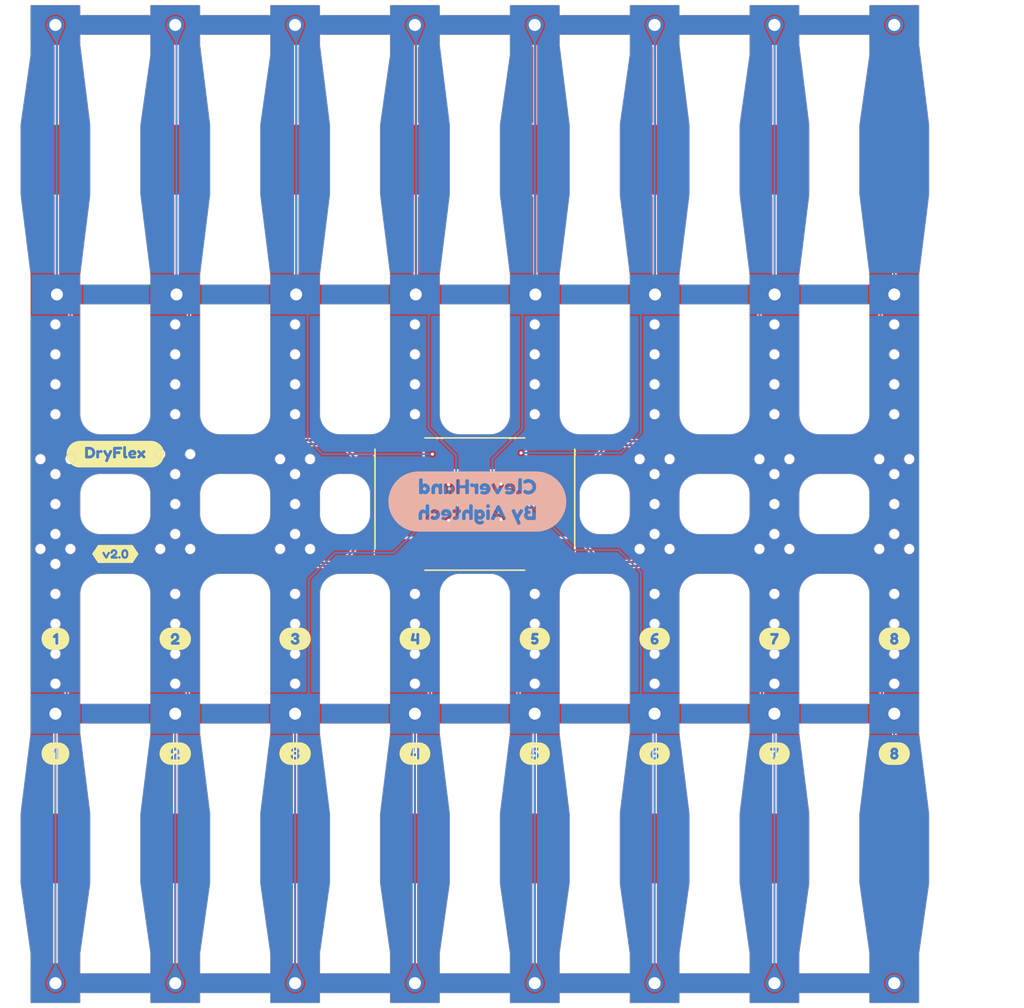
<source format=kicad_pcb>
(kicad_pcb (version 20240108) (generator "pcbnew") (generator_version "8.0")
  (title_block (title "Flex Electrodes") (date "2024-03-30") (rev "v1.0") (company "AIghtech"))
  (layers (0 "F.Cu" signal) (31 "B.Cu" signal) (34 "B.Paste" user) (35 "F.Paste" user) (36 "B.SilkS" user "B.Silks") (37 "F.SilkS" user "F.Silks") (38 "B.Mask" user) (39 "F.Mask" user) (44 "Edge.Cuts" user))
  (net 0 "")
  (net 1 "/in1+")
  (net 2 "/in2+")
  (net 3 "/in3+")
  (net 4 "/in4+")
  (net 5 "/in5+")
  (net 6 "/in6+")
  (net 7 "/in7+")
  (net 8 "/in8+")
  (net 9 "/in1-")
  (net 10 "/in2-")
  (net 11 "/in3-")
  (net 12 "/in4-")
  (net 13 "/in5-")
  (net 14 "/in6-")
  (net 15 "/in7-")
  (net 16 "/in8-")
  (footprint "kibuzzard-66085B0B" (layer "F.Cu") (at 95.5 79.5)
    (property "Reference" "kibuzzard-66085B0B" (hide yes))
    (property "Value" "G***" (hide yes))
  )
  (footprint "00_custom-footprints:SolderWirePad_1x01_SMD_1x2mm" (layer "F.Cu") (at 57.875 68.05)
    (property "Reference" "TP9" (hide yes))
    (property "Value" "TestPoint" (hide yes))
  )
  (footprint "00_custom-footprints:Pin_D1.2mm_pogo" (layer "F.Cu") (at 95.5 87 90)
    (property "Reference" "J23" (hide yes))
    (property "Value" "Conn_01x01_Pin" (hide yes))
  )
  (footprint "00_custom-footprints:Pin_D1.2mm_pogo" (layer "F.Cu") (at 59.5 87 90)
    (property "Reference" "J20" (hide yes))
    (property "Value" "Conn_01x01_Pin" (hide yes))
  )
  (footprint "kibuzzard-66085B03" (layer "F.Cu") (at 83.5 79.5)
    (property "Reference" "kibuzzard-66085B03" (hide yes))
    (property "Value" "G***" (hide yes))
  )
  (footprint "00_custom-footprints:SolderWirePad_1x01_SMD_1x2mm" (layer "F.Cu") (at 73.125 68.05)
    (property "Reference" "TP16" (hide yes))
    (property "Value" "TestPoint" (hide yes))
  )
  (footprint "00_custom-footprints:Pin_D1.2mm_pogo" (layer "F.Cu") (at 83.5 18 90)
    (property "Reference" "J30" (hide yes))
    (property "Value" "Conn_01x01_Pin" (hide yes))
  )
  (footprint "00_custom-footprints:Pin_D1.2mm_pogo" (layer "F.Cu") (at 95.521426 44.999999 90)
    (property "Reference" "J15" (hide yes))
    (property "Value" "Conn_01x01_Pin" (hide yes))
  )
  (footprint "00_custom-footprints:SolderWirePad_1x01_SMD_1x2mm" (layer "F.Cu") (at 57.875 64.55)
    (property "Reference" "TP1" (hide yes))
    (property "Value" "TestPoint" (hide yes))
  )
  (footprint "00_custom-footprints:SolderWirePad_1x01_SMD_1x2mm" (layer "F.Cu") (at 73.125 64.625)
    (property "Reference" "TP8" (hide yes))
    (property "Value" "TestPoint" (hide yes))
  )
  (footprint "00_custom-footprints:Pin_D1.2mm_pogo" (layer "F.Cu") (at 71.5 113.999999 90)
    (property "Reference" "J5" (hide yes))
    (property "Value" "Conn_01x01_Pin" (hide yes))
  )
  (footprint "00_custom-footprints:Pin_D1.2mm_pogo" (layer "F.Cu") (at 47.5 18 90)
    (property "Reference" "J27" (hide yes))
    (property "Value" "Conn_01x01_Pin" (hide yes))
  )
  (footprint "00_custom-footprints:Pin_D1.2mm_pogo" (layer "F.Cu") (at 35.5 18 90)
    (property "Reference" "J26" (hide yes))
    (property "Value" "Conn_01x01_Pin" (hide yes))
  )
  (footprint "kibuzzard-6608669B" (layer "F.Cu") (at 29.5 61)
    (property "Reference" "kibuzzard-6608669B" (hide yes))
    (property "Value" "G***" (hide yes))
  )
  (footprint "00_custom-footprints:Pin_D1.2mm_pogo" (layer "F.Cu") (at 23.5 114 90)
    (property "Reference" "J1" (hide yes))
    (property "Value" "Conn_01x01_Pin" (hide yes))
  )
  (footprint "00_custom-footprints:Pin_D1.2mm_pogo" (layer "F.Cu") (at 23.65 45 -90)
    (property "Reference" "J25" (hide yes))
    (property "Value" "Conn_01x01_Pin" (hide yes))
  )
  (footprint "00_custom-footprints:Pin_D1.2mm_pogo" (layer "F.Cu") (at 23.5 18)
    (property "Reference" "J9" (hide yes))
    (property "Value" "Conn_01x01_Pin" (hide yes))
  )
  (footprint "00_custom-footprints:Pin_D1.2mm_pogo" (layer "F.Cu") (at 95.5 18 90)
    (property "Reference" "J31" (hide yes))
    (property "Value" "Conn_01x01_Pin" (hide yes))
  )
  (footprint "00_custom-footprints:Pin_D1.2mm_pogo" (layer "F.Cu") (at 71.564284 45 90)
    (property "Reference" "J13" (hide yes))
    (property "Value" "Conn_01x01_Pin" (hide yes))
  )
  (footprint "00_custom-footprints:SolderWirePad_1x01_SMD_1x2mm" (layer "F.Cu") (at 73.125 71.3)
    (property "Reference" "TP15" (hide yes))
    (property "Value" "TestPoint" (hide yes))
  )
  (footprint "00_custom-footprints:Pin_D1.2mm_pogo" (layer "F.Cu") (at 59.585713 44.999999 90)
    (property "Reference" "J12" (hide yes))
    (property "Value" "Conn_01x01_Pin" (hide yes))
  )
  (footprint "kibuzzard-658EC94F" (layer "F.Cu") (at 59.5 79.5)
    (property "Reference" "kibuzzard-658EC94F" (hide yes))
    (property "Value" "G***" (hide yes))
  )
  (footprint "kibuzzard-66085B03" (layer "F.Cu") (at 83.5 91)
    (property "Reference" "kibuzzard-66085B03" (hide yes))
    (property "Value" "G***" (hide yes))
  )
  (footprint "00_custom-footprints:Pin_D1.2mm_pogo" (layer "F.Cu") (at 107.5 18 90)
    (property "Reference" "J32" (hide yes))
    (property "Value" "Conn_01x01_Pin" (hide yes))
  )
  (footprint "00_custom-footprints:SolderWirePad_1x01_SMD_1x2mm" (layer "F.Cu") (at 57.875 71.3)
    (property "Reference" "TP10" (hide yes))
    (property "Value" "TestPoint" (hide yes))
  )
  (footprint "kibuzzard-658EC936" (layer "F.Cu") (at 23.5 91)
    (property "Reference" "kibuzzard-658EC936" (hide yes))
    (property "Value" "G***" (hide yes))
  )
  (footprint "00_custom-footprints:SolderWirePad_1x01_SMD_1x2mm" (layer "F.Cu") (at 68.125 64.5)
    (property "Reference" "TP14" (hide yes))
    (property "Value" "TestPoint" (hide yes))
  )
  (footprint "00_custom-footprints:Pin_D1.2mm_pogo" (layer "F.Cu") (at 83.5 87 90)
    (property "Reference" "J22" (hide yes))
    (property "Value" "Conn_01x01_Pin" (hide yes))
  )
  (footprint "00_custom-footprints:Pin_D1.2mm_pogo" (layer "F.Cu") (at 83.5 113.999999 90)
    (property "Reference" "J6" (hide yes))
    (property "Value" "Conn_01x01_Pin" (hide yes))
  )
  (footprint "00_custom-footprints:Pin_D1.2mm_pogo" (layer "F.Cu") (at 71.5 18 90)
    (property "Reference" "J29" (hide yes))
    (property "Value" "Conn_01x01_Pin" (hide yes))
  )
  (footprint "00_custom-footprints:Pin_D1.2mm_pogo" (layer "F.Cu") (at 59.5 113.999999 90)
    (property "Reference" "J4" (hide yes))
    (property "Value" "Conn_01x01_Pin" (hide yes))
  )
  (footprint "00_custom-footprints:SolderWirePad_1x01_SMD_1x2mm" (layer "F.Cu") (at 73 61.625)
    (property "Reference" "TP7" (hide yes))
    (property "Value" "TestPoint" (hide yes))
  )
  (footprint "00_custom-footprints:SolderWirePad_1x01_SMD_1x2mm" (layer "F.Cu") (at 62.875 68.125)
    (property "Reference" "TP4" (hide yes))
    (property "Value" "TestPoint" (hide yes))
  )
  (footprint "kibuzzard-658EC95B" (layer "F.Cu") (at 47.5 79.5)
    (property "Reference" "kibuzzard-658EC95B" (hide yes))
    (property "Value" "G***" (hide yes))
  )
  (footprint "kibuzzard-66085B10" (layer "F.Cu") (at 107.5 79.5)
    (property "Reference" "kibuzzard-66085B10" (hide yes))
    (property "Value" "G***" (hide yes))
  )
  (footprint "00_custom-footprints:Pin_D1.2mm_pogo" (layer "F.Cu") (at 35.5 87 90)
    (property "Reference" "J18" (hide yes))
    (property "Value" "Conn_01x01_Pin" (hide yes))
  )
  (footprint "kibuzzard-658EC955" (layer "F.Cu") (at 71.5 79.5)
    (property "Reference" "kibuzzard-658EC955" (hide yes))
    (property "Value" "G***" (hide yes))
  )
  (footprint "00_custom-footprints:Pin_D1.2mm_pogo" (layer "F.Cu") (at 71.5 87 90)
    (property "Reference" "J21" (hide yes))
    (property "Value" "Conn_01x01_Pin" (hide yes))
  )
  (footprint "00_custom-footprints:SolderWirePad_1x01_SMD_1x2mm" (layer "F.Cu") (at 68.125 68.05)
    (property "Reference" "TP5" (hide yes))
    (property "Value" "TestPoint" (hide yes))
  )
  (footprint "kibuzzard-658EC960" (layer "F.Cu") (at 35.5 79.5)
    (property "Reference" "kibuzzard-658EC960" (hide yes))
    (property "Value" "G***" (hide yes))
  )
  (footprint "00_custom-footprints:SolderWirePad_1x01_SMD_1x2mm" (layer "F.Cu") (at 62.875 64.55)
    (property "Reference" "TP11" (hide yes))
    (property "Value" "TestPoint" (hide yes))
  )
  (footprint "00_custom-footprints:SolderWirePad_1x01_SMD_1x2mm" (layer "F.Cu") (at 68.125 61.3)
    (property "Reference" "TP6" (hide yes))
    (property "Value" "TestPoint" (hide yes))
  )
  (footprint "00_custom-footprints:Pin_D1.2mm_pogo" (layer "F.Cu") (at 23.5 87 90)
    (property "Reference" "J17" (hide yes))
    (property "Value" "Conn_01x01_Pin" (hide yes))
  )
  (footprint "00_custom-footprints:Pin_D1.2mm_pogo" (layer "F.Cu") (at 47.5 113.999999 90)
    (property "Reference" "J3" (hide yes))
    (property "Value" "Conn_01x01_Pin" (hide yes))
  )
  (footprint "00_custom-footprints:SolderWirePad_1x01_SMD_1x2mm" (layer "F.Cu") (at 68.125 71.375)
    (property "Reference" "TP13" (hide yes))
    (property "Value" "TestPoint" (hide yes))
  )
  (footprint "kibuzzard-66085B10" (layer "F.Cu") (at 107.5 91)
    (property "Reference" "kibuzzard-66085B10" (hide yes))
    (property "Value" "G***" (hide yes))
  )
  (footprint "kibuzzard-658EC960" (layer "F.Cu") (at 35.5 91)
    (property "Reference" "kibuzzard-658EC960" (hide yes))
    (property "Value" "G***" (hide yes))
  )
  (footprint "kibuzzard-658EC94F" (layer "F.Cu") (at 59.5 91)
    (property "Reference" "kibuzzard-658EC94F" (hide yes))
    (property "Value" "G***" (hide yes))
  )
  (footprint "kibuzzard-658EC955" (layer "F.Cu") (at 71.5 91)
    (property "Reference" "kibuzzard-658EC955" (hide yes))
    (property "Value" "G***" (hide yes))
  )
  (footprint "00_custom-footprints:Pin_D1.2mm_pogo" (layer "F.Cu") (at 107.5 114 90)
    (property "Reference" "J24" (hide yes))
    (property "Value" "Conn_01x01_Pin" (hide yes))
  )
  (footprint "kibuzzard-66085C02" (layer "F.Cu") (at 29.5 71)
    (property "Reference" "kibuzzard-66085C02" (hide yes))
    (property "Value" "G***" (hide yes))
  )
  (footprint "00_custom-footprints:Pin_D1.2mm_pogo" (layer "F.Cu") (at 107.5 45 90)
    (property "Reference" "J16" (hide yes))
    (property "Value" "Conn_01x01_Pin" (hide yes))
  )
  (footprint "00_custom-footprints:Pin_D1.2mm_pogo" (layer "F.Cu") (at 83.542855 44.999999 90)
    (property "Reference" "J14" (hide yes))
    (property "Value" "Conn_01x01_Pin" (hide yes))
  )
  (footprint "kibuzzard-658EC95B" (layer "F.Cu") (at 47.5 91)
    (property "Reference" "kibuzzard-658EC95B" (hide yes))
    (property "Value" "G***" (hide yes))
  )
  (footprint "kibuzzard-658EC936" (layer "F.Cu") (at 23.5 79.5)
    (property "Reference" "kibuzzard-658EC936" (hide yes))
    (property "Value" "G***" (hide yes))
  )
  (footprint "00_custom-footprints:Pin_D1.2mm_pogo" (layer "F.Cu") (at 95.5 113.999999 90)
    (property "Reference" "J7" (hide yes))
    (property "Value" "Conn_01x01_Pin" (hide yes))
  )
  (footprint "00_custom-footprints:SolderWirePad_1x01_SMD_1x2mm" (layer "F.Cu") (at 57.875 61.375)
    (property "Reference" "TP2" (hide yes))
    (property "Value" "TestPoint" (hide yes))
  )
  (footprint "00_custom-footprints:Pin_D1.2mm_pogo" (layer "F.Cu") (at 107.5 87 90)
    (property "Reference" "J8" (hide yes))
    (property "Value" "Conn_01x01_Pin" (hide yes))
  )
  (footprint "00_custom-footprints:Pin_D1.2mm_pogo" (layer "F.Cu") (at 59.5 17.999999 90)
    (property "Reference" "J28" (hide yes))
    (property "Value" "Conn_01x01_Pin" (hide yes))
  )
  (footprint "00_custom-footprints:SolderWirePad_1x01_SMD_1x2mm" (layer "F.Cu") (at 62.875 61.3)
    (property "Reference" "TP3" (hide yes))
    (property "Value" "TestPoint" (hide yes))
  )
  (footprint "00_custom-footprints:SolderWirePad_1x01_SMD_1x2mm" (layer "F.Cu") (at 62.875 71.425)
    (property "Reference" "TP12" (hide yes))
    (property "Value" "TestPoint" (hide yes))
  )
  (footprint "00_custom-footprints:Pin_D1.2mm_pogo" (layer "F.Cu") (at 35.628571 44.999999 90)
    (property "Reference" "J10" (hide yes))
    (property "Value" "Conn_01x01_Pin" (hide yes))
  )
  (footprint "00_custom-footprints:Pin_D1.2mm_pogo" (layer "F.Cu") (at 35.5 113.999999 90)
    (property "Reference" "J2" (hide yes))
    (property "Value" "Conn_01x01_Pin" (hide yes))
  )
  (footprint "00_custom-footprints:Pin_D1.2mm_pogo" (layer "F.Cu") (at 47.5 87 90)
    (property "Reference" "J19" (hide yes))
    (property "Value" "Conn_01x01_Pin" (hide yes))
  )
  (footprint "kibuzzard-66085B0B" (layer "F.Cu") (at 95.5 91)
    (property "Reference" "kibuzzard-66085B0B" (hide yes))
    (property "Value" "G***" (hide yes))
  )
  (footprint "00_custom-footprints:Pin_D1.2mm_pogo" (layer "F.Cu") (at 47.607142 45 90)
    (property "Reference" "J11" (hide yes))
    (property "Value" "Conn_01x01_Pin" (hide yes))
  )
  (footprint "kibuzzard-660866D6" (layer "B.Cu") (at 65.75 65.75 180)
    (property "Reference" "kibuzzard-660866D6" (hide yes))
    (property "Value" "G***" (hide yes))
  )
  (gr_line (start 70.500001 59.375) (end 60.500001 59.375) (stroke (width 0.1524)) (layer "F.SilkS"))
  (gr_line (start 55.500001 70.5) (end 55.500001 60.5) (stroke (width 0.1524)) (layer "F.SilkS"))
  (gr_line (start 75.500001 70.5) (end 75.500001 60.5) (stroke (width 0.1524)) (layer "F.SilkS"))
  (gr_line (start 70.500001 72.625) (end 60.500001 72.625) (stroke (width 0.1524)) (layer "F.SilkS"))
  (gr_arc (start 43 73) (mid 44.414214 73.585786) (end 45 75) (stroke (width 0.0381)) (layer "Edge.Cuts"))
  (gr_line (start 26 19) (end 33 19) (stroke (width 0.0381)) (layer "Edge.Cuts"))
  (gr_arc (start 86 75) (mid 86.585786 73.585786) (end 88 73) (stroke (width 0.0381)) (layer "Edge.Cuts"))
  (gr_circle (center 71.5 78) (end 72 78) (stroke (width 0.0381)) (fill none) (layer "Edge.Cuts"))
  (gr_arc (start 81 67) (mid 80.414214 68.414214) (end 79 69) (stroke (width 0.0381)) (layer "Edge.Cuts"))
  (gr_line (start 105 46) (end 105 57) (stroke (width 0.0381)) (layer "Edge.Cuts"))
  (gr_line (start 86 46) (end 93 46) (stroke (width 0.0381)) (layer "Edge.Cuts"))
  (gr_circle (center 23.5 48) (end 24 48) (stroke (width 0.0381)) (fill none) (layer "Edge.Cuts"))
  (gr_line (start 33 19) (end 33 21) (stroke (width 0.0381)) (layer "Edge.Cuts"))
  (gr_line (start 57 43) (end 56 35) (stroke (width 0.0381)) (layer "Edge.Cuts"))
  (gr_circle (center 95.5 57) (end 96 57) (stroke (width 0.0381)) (fill none) (layer "Edge.Cuts"))
  (gr_circle (center 46 61.5) (end 45.5 61.5) (stroke (width 0.0381)) (fill none) (layer "Edge.Cuts"))
  (gr_line (start 110 113) (end 110 111) (stroke (width 0.0381)) (layer "Edge.Cuts"))
  (gr_line (start 86 17) (end 93 17) (stroke (width 0.0381)) (layer "Edge.Cuts"))
  (gr_line (start 105 115) (end 105 116) (stroke (width 0.0381)) (layer "Edge.Cuts"))
  (gr_line (start 78 63) (end 79 63) (stroke (width 0.0381)) (layer "Edge.Cuts"))
  (gr_line (start 81 43) (end 81 44) (stroke (width 0.0381)) (layer "Edge.Cuts"))
  (gr_line (start 93 116) (end 98 116) (stroke (width 0.0381)) (layer "Edge.Cuts"))
  (gr_line (start 33 115) (end 33 116) (stroke (width 0.0381)) (layer "Edge.Cuts"))
  (gr_line (start 43 69) (end 40 69) (stroke (width 0.0381)) (layer "Edge.Cuts"))
  (gr_line (start 32 35) (end 32 28) (stroke (width 0.0381)) (layer "Edge.Cuts"))
  (gr_circle (center 23.5 78) (end 24 78) (stroke (width 0.0381)) (fill none) (layer "Edge.Cuts"))
  (gr_line (start 64 59) (end 67 59) (stroke (width 0.0381)) (layer "Edge.Cuts"))
  (gr_line (start 86 116) (end 86 115) (stroke (width 0.0381)) (layer "Edge.Cuts"))
  (gr_line (start 98 46) (end 105 46) (stroke (width 0.0381)) (layer "Edge.Cuts"))
  (gr_arc (start 105 57) (mid 104.414214 58.414214) (end 103 59) (stroke (width 0.0381)) (layer "Edge.Cuts"))
  (gr_line (start 86 113) (end 86 111) (stroke (width 0.0381)) (layer "Edge.Cuts"))
  (gr_circle (center 85 61.5) (end 84.5 61.5) (stroke (width 0.0381)) (fill none) (layer "Edge.Cuts"))
  (gr_line (start 62 86) (end 69 86) (stroke (width 0.0381)) (layer "Edge.Cuts"))
  (gr_line (start 86 47) (end 86 57) (stroke (width 0.0381)) (layer "Edge.Cuts"))
  (gr_line (start 38 86) (end 38 85) (stroke (width 0.0381)) (layer "Edge.Cuts"))
  (gr_circle (center 47.5 66) (end 48 66) (stroke (width 0.0381)) (fill none) (layer "Edge.Cuts"))
  (gr_line (start 81 16) (end 86 16) (stroke (width 0.0381)) (layer "Edge.Cuts"))
  (gr_line (start 50 17) (end 57 17) (stroke (width 0.0381)) (layer "Edge.Cuts"))
  (gr_line (start 81 86) (end 81 75) (stroke (width 0.0381)) (layer "Edge.Cuts"))
  (gr_line (start 98 86) (end 98 85) (stroke (width 0.0381)) (layer "Edge.Cuts"))
  (gr_arc (start 55 73) (mid 56.414214 73.585786) (end 57 75) (stroke (width 0.0381)) (layer "Edge.Cuts"))
  (gr_line (start 62 115) (end 69 115) (stroke (width 0.0381)) (layer "Edge.Cuts"))
  (gr_line (start 105 43) (end 104 35) (stroke (width 0.0381)) (layer "Edge.Cuts"))
  (gr_circle (center 23.5 72) (end 24 72) (stroke (width 0.0381)) (fill none) (layer "Edge.Cuts"))
  (gr_line (start 98 86) (end 105 86) (stroke (width 0.0381)) (layer "Edge.Cuts"))
  (gr_line (start 98 116) (end 98 115) (stroke (width 0.0381)) (layer "Edge.Cuts"))
  (gr_line (start 69 46) (end 69 57) (stroke (width 0.0381)) (layer "Edge.Cuts"))
  (gr_line (start 38 67) (end 38 65) (stroke (width 0.0381)) (layer "Edge.Cuts"))
  (gr_arc (start 43 63) (mid 44.414214 63.585786) (end 45 65) (stroke (width 0.0381)) (layer "Edge.Cuts"))
  (gr_line (start 26 89) (end 26 88) (stroke (width 0.0381)) (layer "Edge.Cuts"))
  (gr_line (start 62 116) (end 62 115) (stroke (width 0.0381)) (layer "Edge.Cuts"))
  (gr_line (start 38 46) (end 38 47) (stroke (width 0.0381)) (layer "Edge.Cuts"))
  (gr_line (start 44 97) (end 44 104) (stroke (width 0.0381)) (layer "Edge.Cuts"))
  (gr_line (start 45 46) (end 45 57) (stroke (width 0.0381)) (layer "Edge.Cuts"))
  (gr_line (start 33 46) (end 33 57) (stroke (width 0.0381)) (layer "Edge.Cuts"))
  (gr_circle (center 71.5 48) (end 72 48) (stroke (width 0.0381)) (fill none) (layer "Edge.Cuts"))
  (gr_arc (start 62 75) (mid 62.585786 73.585786) (end 64 73) (stroke (width 0.0381)) (layer "Edge.Cuts"))
  (gr_circle (center 109 70.5) (end 109.5 70.5) (stroke (width 0.0381)) (fill none) (layer "Edge.Cuts"))
  (gr_line (start 26 88) (end 33 88) (stroke (width 0.0381)) (layer "Edge.Cuts"))
  (gr_circle (center 35.5 69) (end 36 69) (stroke (width 0.0381)) (fill none) (layer "Edge.Cuts"))
  (gr_line (start 93 113) (end 93 111) (stroke (width 0.0381)) (layer "Edge.Cuts"))
  (gr_circle (center 83.5 81) (end 84 81) (stroke (width 0.0381)) (fill none) (layer "Edge.Cuts"))
  (gr_line (start 21 89) (end 21 88) (stroke (width 0.0381)) (layer "Edge.Cuts"))
  (gr_arc (start 93 67) (mid 92.414214 68.414214) (end 91 69) (stroke (width 0.0381)) (layer "Edge.Cuts"))
  (gr_circle (center 23.5 51) (end 24 51) (stroke (width 0.0381)) (fill none) (layer "Edge.Cuts"))
  (gr_arc (start 33 57) (mid 32.414214 58.414214) (end 31 59) (stroke (width 0.0381)) (layer "Edge.Cuts"))
  (gr_line (start 50 19) (end 57 19) (stroke (width 0.0381)) (layer "Edge.Cuts"))
  (gr_circle (center 94 70.5) (end 94.5 70.5) (stroke (width 0.0381)) (fill none) (layer "Edge.Cuts"))
  (gr_line (start 81 115) (end 81 116) (stroke (width 0.0381)) (layer "Edge.Cuts"))
  (gr_line (start 81 89) (end 81 88) (stroke (width 0.0381)) (layer "Edge.Cuts"))
  (gr_line (start 21 21) (end 20 28) (stroke (width 0.0381)) (layer "Edge.Cuts"))
  (gr_line (start 87 97) (end 86 89) (stroke (width 0.0381)) (layer "Edge.Cuts"))
  (gr_line (start 62 16) (end 62 17) (stroke (width 0.0381)) (layer "Edge.Cuts"))
  (gr_arc (start 105 67) (mid 104.414214 68.414214) (end 103 69) (stroke (width 0.0381)) (layer "Edge.Cuts"))
  (gr_line (start 50 86) (end 57 86) (stroke (width 0.0381)) (layer "Edge.Cuts"))
  (gr_line (start 39 28) (end 39 35) (stroke (width 0.0381)) (layer "Edge.Cuts"))
  (gr_arc (start 79 63) (mid 80.414214 63.585786) (end 81 65) (stroke (width 0.0381)) (layer "Edge.Cuts"))
  (gr_line (start 62 88) (end 69 88) (stroke (width 0.0381)) (layer "Edge.Cuts"))
  (gr_arc (start 74 75) (mid 74.585786 73.585786) (end 76 73) (stroke (width 0.0381)) (layer "Edge.Cuts"))
  (gr_line (start 26 16) (end 26 17) (stroke (width 0.0381)) (layer "Edge.Cuts"))
  (gr_line (start 86 19) (end 86 20) (stroke (width 0.0381)) (layer "Edge.Cuts"))
  (gr_line (start 98 16) (end 98 17) (stroke (width 0.0381)) (layer "Edge.Cuts"))
  (gr_circle (center 95.5 84) (end 96 84) (stroke (width 0.0381)) (fill none) (layer "Edge.Cuts"))
  (gr_line (start 93 43) (end 92 35) (stroke (width 0.0381)) (layer "Edge.Cuts"))
  (gr_line (start 62 111) (end 63 104) (stroke (width 0.0381)) (layer "Edge.Cuts"))
  (gr_line (start 57 116) (end 62 116) (stroke (width 0.0381)) (layer "Edge.Cuts"))
  (gr_line (start 98 19) (end 105 19) (stroke (width 0.0381)) (layer "Edge.Cuts"))
  (gr_line (start 110 47) (end 110 59) (stroke (width 0.0381)) (layer "Edge.Cuts"))
  (gr_line (start 86 44) (end 93 44) (stroke (width 0.0381)) (layer "Edge.Cuts"))
  (gr_line (start 53 69) (end 52 69) (stroke (width 0.0381)) (layer "Edge.Cuts"))
  (gr_line (start 51 28) (end 51 35) (stroke (width 0.0381)) (layer "Edge.Cuts"))
  (gr_circle (center 59.5 51) (end 60 51) (stroke (width 0.0381)) (fill none) (layer "Edge.Cuts"))
  (gr_line (start 50 86) (end 50 85) (stroke (width 0.0381)) (layer "Edge.Cuts"))
  (gr_line (start 74 44) (end 81 44) (stroke (width 0.0381)) (layer "Edge.Cuts"))
  (gr_line (start 38 20) (end 39 28) (stroke (width 0.0381)) (layer "Edge.Cuts"))
  (gr_line (start 26 44) (end 33 44) (stroke (width 0.0381)) (layer "Edge.Cuts"))
  (gr_line (start 33 113) (end 33 111) (stroke (width 0.0381)) (layer "Edge.Cuts"))
  (gr_line (start 45 65) (end 45 67) (stroke (width 0.0381)) (layer "Edge.Cuts"))
  (gr_line (start 74 88) (end 81 88) (stroke (width 0.0381)) (layer "Edge.Cuts"))
  (gr_line (start 110 46) (end 110 47) (stroke (width 0.0381)) (layer "Edge.Cuts"))
  (gr_line (start 26 43) (end 26 44) (stroke (width 0.0381)) (layer "Edge.Cuts"))
  (gr_line (start 50 67) (end 50 65) (stroke (width 0.0381)) (layer "Edge.Cuts"))
  (gr_arc (start 76 65) (mid 76.585786 63.585786) (end 78 63) (stroke (width 0.0381)) (layer "Edge.Cuts"))
  (gr_line (start 86 111) (end 87 104) (stroke (width 0.0381)) (layer "Edge.Cuts"))
  (gr_line (start 26 46) (end 26 47) (stroke (width 0.0381)) (layer "Edge.Cuts"))
  (gr_line (start 99 35) (end 98 43) (stroke (width 0.0381)) (layer "Edge.Cuts"))
  (gr_line (start 38 86) (end 45 86) (stroke (width 0.0381)) (layer "Edge.Cuts"))
  (gr_circle (center 71.5 84) (end 72 84) (stroke (width 0.0381)) (fill none) (layer "Edge.Cuts"))
  (gr_circle (center 83.5 54) (end 84 54) (stroke (width 0.0381)) (fill none) (layer "Edge.Cuts"))
  (gr_line (start 56 35) (end 56 28) (stroke (width 0.0381)) (layer "Edge.Cuts"))
  (gr_line (start 69 86) (end 69 75) (stroke (width 0.0381)) (layer "Edge.Cuts"))
  (gr_line (start 21 111) (end 20 104) (stroke (width 0.0381)) (layer "Edge.Cuts"))
  (gr_line (start 105 17) (end 105 16) (stroke (width 0.0381)) (layer "Edge.Cuts"))
  (gr_line (start 111 35) (end 110 43) (stroke (width 0.0381)) (layer "Edge.Cuts"))
  (gr_arc (start 103 73) (mid 104.414214 73.585786) (end 105 75) (stroke (width 0.0381)) (layer "Edge.Cuts"))
  (gr_line (start 110 113) (end 110 115) (stroke (width 0.0381)) (layer "Edge.Cuts"))
  (gr_line (start 27 35) (end 26 43) (stroke (width 0.0381)) (layer "Edge.Cuts"))
  (gr_line (start 111 97) (end 110 89) (stroke (width 0.0381)) (layer "Edge.Cuts"))
  (gr_arc (start 69 57) (mid 68.414214 58.414214) (end 67 59) (stroke (width 0.0381)) (layer "Edge.Cuts"))
  (gr_circle (center 82 70.5) (end 82.5 70.5) (stroke (width 0.0381)) (fill none) (layer "Edge.Cuts"))
  (gr_line (start 69 19) (end 69 21) (stroke (width 0.0381)) (layer "Edge.Cuts"))
  (gr_circle (center 71.5 57) (end 72 57) (stroke (width 0.0381)) (fill none) (layer "Edge.Cuts"))
  (gr_line (start 39 104) (end 39 97) (stroke (width 0.0381)) (layer "Edge.Cuts"))
  (gr_line (start 98 113) (end 98 111) (stroke (width 0.0381)) (layer "Edge.Cuts"))
  (gr_line (start 62 46) (end 62 47) (stroke (width 0.0381)) (layer "Edge.Cuts"))
  (gr_line (start 110 89) (end 110 88) (stroke (width 0.0381)) (layer "Edge.Cuts"))
  (gr_line (start 81 65) (end 81 67) (stroke (width 0.0381)) (layer "Edge.Cuts"))
  (gr_line (start 98 89) (end 98 88) (stroke (width 0.0381)) (layer "Edge.Cuts"))
  (gr_line (start 33 111) (end 32 104) (stroke (width 0.0381)) (layer "Edge.Cuts"))
  (gr_line (start 86 20) (end 87 28) (stroke (width 0.0381)) (layer "Edge.Cuts"))
  (gr_line (start 69 116) (end 74 116) (stroke (width 0.0381)) (layer "Edge.Cuts"))
  (gr_line (start 81 17) (end 81 16) (stroke (width 0.0381)) (layer "Edge.Cuts"))
  (gr_line (start 110 86) (end 110 85) (stroke (width 0.0381)) (layer "Edge.Cuts"))
  (gr_line (start 110 85) (end 110 73) (stroke (width 0.0381)) (layer "Edge.Cuts"))
  (gr_line (start 28 59) (end 31 59) (stroke (width 0.0381)) (layer "Edge.Cuts"))
  (gr_line (start 40 59) (end 43 59) (stroke (width 0.0381)) (layer "Edge.Cuts"))
  (gr_circle (center 47.5 81) (end 48 81) (stroke (width 0.0381)) (fill none) (layer "Edge.Cuts"))
  (gr_line (start 110 20) (end 111 28) (stroke (width 0.0381)) (layer "Edge.Cuts"))
  (gr_circle (center 23.5 84) (end 24 84) (stroke (width 0.0381)) (fill none) (layer "Edge.Cuts"))
  (gr_line (start 79 69) (end 78 69) (stroke (width 0.0381)) (layer "Edge.Cuts"))
  (gr_line (start 98 44) (end 105 44) (stroke (width 0.0381)) (layer "Edge.Cuts"))
  (gr_circle (center 47.5 48) (end 48 48) (stroke (width 0.0381)) (fill none) (layer "Edge.Cuts"))
  (gr_line (start 21 113) (end 21 115) (stroke (width 0.0381)) (layer "Edge.Cuts"))
  (gr_circle (center 83.5 63) (end 83.000001 63) (stroke (width 0.0381)) (fill none) (layer "Edge.Cuts"))
  (gr_circle (center 34 61) (end 34.5 61) (stroke (width 0.0381)) (fill none) (layer "Edge.Cuts"))
  (gr_line (start 110 86) (end 110 88) (stroke (width 0.0381)) (layer "Edge.Cuts"))
  (gr_line (start 69 115) (end 69 116) (stroke (width 0.0381)) (layer "Edge.Cuts"))
  (gr_line (start 110 43) (end 110 44) (stroke (width 0.0381)) (layer "Edge.Cuts"))
  (gr_line (start 69 21) (end 68 28) (stroke (width 0.0381)) (layer "Edge.Cuts"))
  (gr_line (start 62 47) (end 62 57) (stroke (width 0.0381)) (layer "Edge.Cuts"))
  (gr_circle (center 47.5 84) (end 48 84) (stroke (width 0.0381)) (fill none) (layer "Edge.Cuts"))
  (gr_circle (center 95.5 54) (end 96 54) (stroke (width 0.0381)) (fill none) (layer "Edge.Cuts"))
  (gr_line (start 45 86) (end 45 75) (stroke (width 0.0381)) (layer "Edge.Cuts"))
  (gr_line (start 45 89) (end 45 88) (stroke (width 0.0381)) (layer "Edge.Cuts"))
  (gr_line (start 75 35) (end 74 43) (stroke (width 0.0381)) (layer "Edge.Cuts"))
  (gr_arc (start 31 63) (mid 32.414214 63.585786) (end 33 65) (stroke (width 0.0381)) (layer "Edge.Cuts"))
  (gr_line (start 88 73) (end 91 73) (stroke (width 0.0381)) (layer "Edge.Cuts"))
  (gr_arc (start 38 65) (mid 38.585786 63.585786) (end 40 63) (stroke (width 0.0381)) (layer "Edge.Cuts"))
  (gr_line (start 74 46) (end 81 46) (stroke (width 0.0381)) (layer "Edge.Cuts"))
  (gr_circle (center 35.5 75) (end 36 75) (stroke (width 0.0381)) (fill none) (layer "Edge.Cuts"))
  (gr_circle (center 47.5 51) (end 48 51) (stroke (width 0.0381)) (fill none) (layer "Edge.Cuts"))
  (gr_line (start 105 86) (end 105 75) (stroke (width 0.0381)) (layer "Edge.Cuts"))
  (gr_line (start 26 86) (end 26 85) (stroke (width 0.0381)) (layer "Edge.Cuts"))
  (gr_arc (start 28 59) (mid 26.585786 58.414214) (end 26 57) (stroke (width 0.0381)) (layer "Edge.Cuts"))
  (gr_circle (center 107.5 81) (end 108 81) (stroke (width 0.0381)) (fill none) (layer "Edge.Cuts"))
  (gr_line (start 92 35) (end 92 28) (stroke (width 0.0381)) (layer "Edge.Cuts"))
  (gr_line (start 69 43) (end 68 35) (stroke (width 0.0381)) (layer "Edge.Cuts"))
  (gr_line (start 100 63) (end 103 63) (stroke (width 0.0381)) (layer "Edge.Cuts"))
  (gr_circle (center 95.5 51) (end 96 51) (stroke (width 0.0381)) (fill none) (layer "Edge.Cuts"))
  (gr_circle (center 37 61) (end 37.5 61) (stroke (width 0.0381)) (fill none) (layer "Edge.Cuts"))
  (gr_circle (center 106 61.5) (end 105.5 61.5) (stroke (width 0.0381)) (fill none) (layer "Edge.Cuts"))
  (gr_line (start 62 46) (end 69 46) (stroke (width 0.0381)) (layer "Edge.Cuts"))
  (gr_circle (center 95.5 78) (end 96 78) (stroke (width 0.0381)) (fill none) (layer "Edge.Cuts"))
  (gr_arc (start 50 65) (mid 50.585786 63.585786) (end 52 63) (stroke (width 0.0381)) (layer "Edge.Cuts"))
  (gr_line (start 105 113) (end 105 111) (stroke (width 0.0381)) (layer "Edge.Cuts"))
  (gr_line (start 62 86) (end 62 85) (stroke (width 0.0381)) (layer "Edge.Cuts"))
  (gr_line (start 50 46) (end 57 46) (stroke (width 0.0381)) (layer "Edge.Cuts"))
  (gr_line (start 69 113) (end 69 111) (stroke (width 0.0381)) (layer "Edge.Cuts"))
  (gr_arc (start 98 75) (mid 98.585786 73.585786) (end 100 73) (stroke (width 0.0381)) (layer "Edge.Cuts"))
  (gr_line (start 31 69) (end 28 69) (stroke (width 0.0381)) (layer "Edge.Cuts"))
  (gr_circle (center 23.5 63) (end 23.000001 63) (stroke (width 0.0381)) (fill none) (layer "Edge.Cuts"))
  (gr_line (start 93 43) (end 93 44) (stroke (width 0.0381)) (layer "Edge.Cuts"))
  (gr_line (start 50 113) (end 57 113) (stroke (width 0.0381)) (layer "Edge.Cuts"))
  (gr_line (start 50 113) (end 50 111) (stroke (width 0.0381)) (layer "Edge.Cuts"))
  (gr_line (start 63 97) (end 62 89) (stroke (width 0.0381)) (layer "Edge.Cuts"))
  (gr_line (start 86 113) (end 93 113) (stroke (width 0.0381)) (layer "Edge.Cuts"))
  (gr_line (start 50 89) (end 50 88) (stroke (width 0.0381)) (layer "Edge.Cuts"))
  (gr_line (start 98 43) (end 98 44) (stroke (width 0.0381)) (layer "Edge.Cuts"))
  (gr_line (start 62 43) (end 62 44) (stroke (width 0.0381)) (layer "Edge.Cuts"))
  (gr_circle (center 22 70.5) (end 22.5 70.5) (stroke (width 0.0381)) (fill none) (layer "Edge.Cuts"))
  (gr_line (start 105 19) (end 105 21) (stroke (width 0.0381)) (layer "Edge.Cuts"))
  (gr_line (start 55 65) (end 55 67) (stroke (width 0.0381)) (layer "Edge.Cuts"))
  (gr_line (start 98 85) (end 98 75) (stroke (width 0.0381)) (layer "Edge.Cuts"))
  (gr_line (start 57 16) (end 62 16) (stroke (width 0.0381)) (layer "Edge.Cuts"))
  (gr_arc (start 50 75) (mid 50.585786 73.585786) (end 52 73) (stroke (width 0.0381)) (layer "Edge.Cuts"))
  (gr_arc (start 55 67) (mid 54.414214 68.414214) (end 53 69) (stroke (width 0.0381)) (layer "Edge.Cuts"))
  (gr_line (start 69 111) (end 68 104) (stroke (width 0.0381)) (layer "Edge.Cuts"))
  (gr_line (start 75 28) (end 75 35) (stroke (width 0.0381)) (layer "Edge.Cuts"))
  (gr_line (start 74 113) (end 74 111) (stroke (width 0.0381)) (layer "Edge.Cuts"))
  (gr_line (start 50 88) (end 57 88) (stroke (width 0.0381)) (layer "Edge.Cuts"))
  (gr_line (start 33 21) (end 32 28) (stroke (width 0.0381)) (layer "Edge.Cuts"))
  (gr_line (start 74 115) (end 81 115) (stroke (width 0.0381)) (layer "Edge.Cuts"))
  (gr_line (start 52 63) (end 53 63) (stroke (width 0.0381)) (layer "Edge.Cuts"))
  (gr_line (start 50 16) (end 50 17) (stroke (width 0.0381)) (layer "Edge.Cuts"))
  (gr_line (start 52 59) (end 55 59) (stroke (width 0.0381)) (layer "Edge.Cuts"))
  (gr_circle (center 34 70.5) (end 34.5 70.5) (stroke (width 0.0381)) (fill none) (layer "Edge.Cuts"))
  (gr_line (start 38 46) (end 45 46) (stroke (width 0.0381)) (layer "Edge.Cuts"))
  (gr_line (start 100 73) (end 103 73) (stroke (width 0.0381)) (layer "Edge.Cuts"))
  (gr_line (start 20 35) (end 20 28) (stroke (width 0.0381)) (layer "Edge.Cuts"))
  (gr_line (start 69 89) (end 69 88) (stroke (width 0.0381)) (layer "Edge.Cuts"))
  (gr_line (start 81 111) (end 80 104) (stroke (width 0.0381)) (layer "Edge.Cuts"))
  (gr_line (start 38 116) (end 38 115) (stroke (width 0.0381)) (layer "Edge.Cuts"))
  (gr_line (start 38 88) (end 45 88) (stroke (width 0.0381)) (layer "Edge.Cuts"))
  (gr_circle (center 71.5 54) (end 72 54) (stroke (width 0.0381)) (fill none) (layer "Edge.Cuts"))
  (gr_line (start 74 16) (end 74 17) (stroke (width 0.0381)) (layer "Edge.Cuts"))
  (gr_line (start 81 89) (end 80 97) (stroke (width 0.0381)) (layer "Edge.Cuts"))
  (gr_line (start 81 46) (end 81 57) (stroke (width 0.0381)) (layer "Edge.Cuts"))
  (gr_line (start 110 17) (end 110 19) (stroke (width 0.0381)) (layer "Edge.Cuts"))
  (gr_circle (center 83.5 75) (end 84 75) (stroke (width 0.0381)) (fill none) (layer "Edge.Cuts"))
  (gr_line (start 56 97) (end 56 104) (stroke (width 0.0381)) (layer "Edge.Cuts"))
  (gr_line (start 27 28) (end 27 35) (stroke (width 0.0381)) (layer "Edge.Cuts"))
  (gr_circle (center 107.5 66) (end 108 66) (stroke (width 0.0381)) (fill none) (layer "Edge.Cuts"))
  (gr_line (start 74 116) (end 74 115) (stroke (width 0.0381)) (layer "Edge.Cuts"))
  (gr_line (start 99 104) (end 99 97) (stroke (width 0.0381)) (layer "Edge.Cuts"))
  (gr_line (start 62 113) (end 62 111) (stroke (width 0.0381)) (layer "Edge.Cuts"))
  (gr_line (start 52 73) (end 55 73) (stroke (width 0.0381)) (layer "Edge.Cuts"))
  (gr_line (start 105 16) (end 110 16) (stroke (width 0.0381)) (layer "Edge.Cuts"))
  (gr_line (start 33 16) (end 38 16) (stroke (width 0.0381)) (layer "Edge.Cuts"))
  (gr_line (start 99 28) (end 99 35) (stroke (width 0.0381)) (layer "Edge.Cuts"))
  (gr_line (start 26 19) (end 26 20) (stroke (width 0.0381)) (layer "Edge.Cuts"))
  (gr_line (start 86 115) (end 93 115) (stroke (width 0.0381)) (layer "Edge.Cuts"))
  (gr_line (start 87 35) (end 86 43) (stroke (width 0.0381)) (layer "Edge.Cuts"))
  (gr_line (start 26 17) (end 33 17) (stroke (width 0.0381)) (layer "Edge.Cuts"))
  (gr_line (start 98 46) (end 98 47) (stroke (width 0.0381)) (layer "Edge.Cuts"))
  (gr_circle (center 83.5 57) (end 84 57) (stroke (width 0.0381)) (fill none) (layer "Edge.Cuts"))
  (gr_line (start 62 89) (end 62 88) (stroke (width 0.0381)) (layer "Edge.Cuts"))
  (gr_circle (center 83.5 84) (end 84 84) (stroke (width 0.0381)) (fill none) (layer "Edge.Cuts"))
  (gr_line (start 104 97) (end 104 104) (stroke (width 0.0381)) (layer "Edge.Cuts"))
  (gr_circle (center 83.5 66) (end 84 66) (stroke (width 0.0381)) (fill none) (layer "Edge.Cuts"))
  (gr_circle (center 35.5 63) (end 36 63) (stroke (width 0.0381)) (fill none) (layer "Edge.Cuts"))
  (gr_line (start 45 19) (end 45 21) (stroke (width 0.0381)) (layer "Edge.Cuts"))
  (gr_line (start 63 104) (end 63 97) (stroke (width 0.0381)) (layer "Edge.Cuts"))
  (gr_circle (center 47.5 75) (end 48 75) (stroke (width 0.0381)) (fill none) (layer "Edge.Cuts"))
  (gr_line (start 105 111) (end 104 104) (stroke (width 0.0381)) (layer "Edge.Cuts"))
  (gr_line (start 45 89) (end 44 97) (stroke (width 0.0381)) (layer "Edge.Cuts"))
  (gr_arc (start 52 69) (mid 50.585786 68.414214) (end 50 67) (stroke (width 0.0381)) (layer "Edge.Cuts"))
  (gr_line (start 110 111) (end 111 104) (stroke (width 0.0381)) (layer "Edge.Cuts"))
  (gr_circle (center 107.5 57) (end 108 57) (stroke (width 0.0381)) (fill none) (layer "Edge.Cuts"))
  (gr_line (start 21 17) (end 21 16) (stroke (width 0.0381)) (layer "Edge.Cuts"))
  (gr_line (start 81 116) (end 86 116) (stroke (width 0.0381)) (layer "Edge.Cuts"))
  (gr_line (start 75 104) (end 75 97) (stroke (width 0.0381)) (layer "Edge.Cuts"))
  (gr_line (start 80 97) (end 80 104) (stroke (width 0.0381)) (layer "Edge.Cuts"))
  (gr_line (start 21 115) (end 21 116) (stroke (width 0.0381)) (layer "Edge.Cuts"))
  (gr_line (start 44 35) (end 44 28) (stroke (width 0.0381)) (layer "Edge.Cuts"))
  (gr_line (start 63 28) (end 63 35) (stroke (width 0.0381)) (layer "Edge.Cuts"))
  (gr_line (start 98 113) (end 105 113) (stroke (width 0.0381)) (layer "Edge.Cuts"))
  (gr_line (start 76 73) (end 79 73) (stroke (width 0.0381)) (layer "Edge.Cuts"))
  (gr_line (start 40 73) (end 43 73) (stroke (width 0.0381)) (layer "Edge.Cuts"))
  (gr_line (start 38 113) (end 45 113) (stroke (width 0.0381)) (layer "Edge.Cuts"))
  (gr_line (start 50 111) (end 51 104) (stroke (width 0.0381)) (layer "Edge.Cuts"))
  (gr_line (start 110 16) (end 110 17) (stroke (width 0.0381)) (layer "Edge.Cuts"))
  (gr_line (start 21 46) (end 21 59) (stroke (width 0.0381)) (layer "Edge.Cuts"))
  (gr_line (start 51 97) (end 50 89) (stroke (width 0.0381)) (layer "Edge.Cuts"))
  (gr_line (start 86 85) (end 86 75) (stroke (width 0.0381)) (layer "Edge.Cuts"))
  (gr_arc (start 91 73) (mid 92.414214 73.585786) (end 93 75) (stroke (width 0.0381)) (layer "Edge.Cuts"))
  (gr_line (start 21 116) (end 26 116) (stroke (width 0.0381)) (layer "Edge.Cuts"))
  (gr_line (start 86 43) (end 86 44) (stroke (width 0.0381)) (layer "Edge.Cuts"))
  (gr_circle (center 46 70.5) (end 46.5 70.5) (stroke (width 0.0381)) (fill none) (layer "Edge.Cuts"))
  (gr_line (start 64 73) (end 67 73) (stroke (width 0.0381)) (layer "Edge.Cuts"))
  (gr_circle (center 47.5 57) (end 48 57) (stroke (width 0.0381)) (fill none) (layer "Edge.Cuts"))
  (gr_line (start 86 67) (end 86 65) (stroke (width 0.0381)) (layer "Edge.Cuts"))
  (gr_circle (center 97 61.5) (end 96.5 61.5) (stroke (width 0.0381)) (fill none) (layer "Edge.Cuts"))
  (gr_line (start 38 17) (end 45 17) (stroke (width 0.0381)) (layer "Edge.Cuts"))
  (gr_line (start 62 19) (end 62 20) (stroke (width 0.0381)) (layer "Edge.Cuts"))
  (gr_arc (start 45 57) (mid 44.414214 58.414214) (end 43 59) (stroke (width 0.0381)) (layer "Edge.Cuts"))
  (gr_line (start 75 97) (end 74 89) (stroke (width 0.0381)) (layer "Edge.Cuts"))
  (gr_line (start 26 47) (end 26 57) (stroke (width 0.0381)) (layer "Edge.Cuts"))
  (gr_arc (start 26 65) (mid 26.585786 63.585786) (end 28 63) (stroke (width 0.0381)) (layer "Edge.Cuts"))
  (gr_line (start 39 35) (end 38 43) (stroke (width 0.0381)) (layer "Edge.Cuts"))
  (gr_circle (center 109 61.5) (end 108.5 61.5) (stroke (width 0.0381)) (fill none) (layer "Edge.Cuts"))
  (gr_line (start 38 44) (end 45 44) (stroke (width 0.0381)) (layer "Edge.Cuts"))
  (gr_circle (center 59.5 57) (end 60 57) (stroke (width 0.0381)) (fill none) (layer "Edge.Cuts"))
  (gr_circle (center 59.5 54) (end 60 54) (stroke (width 0.0381)) (fill none) (layer "Edge.Cuts"))
  (gr_line (start 38 19) (end 38 20) (stroke (width 0.0381)) (layer "Edge.Cuts"))
  (gr_arc (start 38 75) (mid 38.585786 73.585786) (end 40 73) (stroke (width 0.0381)) (layer "Edge.Cuts"))
  (gr_circle (center 35.5 51) (end 36 51) (stroke (width 0.0381)) (fill none) (layer "Edge.Cuts"))
  (gr_line (start 100 59) (end 103 59) (stroke (width 0.0381)) (layer "Edge.Cuts"))
  (gr_line (start 21 43) (end 21 44) (stroke (width 0.0381)) (layer "Edge.Cuts"))
  (gr_line (start 33 89) (end 32 97) (stroke (width 0.0381)) (layer "Edge.Cuts"))
  (gr_line (start 28 63) (end 31 63) (stroke (width 0.0381)) (layer "Edge.Cuts"))
  (gr_circle (center 83.5 48) (end 84 48) (stroke (width 0.0381)) (fill none) (layer "Edge.Cuts"))
  (gr_line (start 111 28) (end 111 35) (stroke (width 0.0381)) (layer "Edge.Cuts"))
  (gr_line (start 33 43) (end 32 35) (stroke (width 0.0381)) (layer "Edge.Cuts"))
  (gr_line (start 45 43) (end 44 35) (stroke (width 0.0381)) (layer "Edge.Cuts"))
  (gr_line (start 76 59) (end 79 59) (stroke (width 0.0381)) (layer "Edge.Cuts"))
  (gr_line (start 86 88) (end 93 88) (stroke (width 0.0381)) (layer "Edge.Cuts"))
  (gr_arc (start 33 67) (mid 32.414214 68.414214) (end 31 69) (stroke (width 0.0381)) (layer "Edge.Cuts"))
  (gr_line (start 98 20) (end 99 28) (stroke (width 0.0381)) (layer "Edge.Cuts"))
  (gr_line (start 50 47) (end 50 57) (stroke (width 0.0381)) (layer "Edge.Cuts"))
  (gr_line (start 63 35) (end 62 43) (stroke (width 0.0381)) (layer "Edge.Cuts"))
  (gr_line (start 50 19) (end 50 20) (stroke (width 0.0381)) (layer "Edge.Cuts"))
  (gr_line (start 38 47) (end 38 57) (stroke (width 0.0381)) (layer "Edge.Cuts"))
  (gr_line (start 110 116) (end 110 115) (stroke (width 0.0381)) (layer "Edge.Cuts"))
  (gr_line (start 57 21) (end 56 28) (stroke (width 0.0381)) (layer "Edge.Cuts"))
  (gr_line (start 74 86) (end 74 85) (stroke (width 0.0381)) (layer "Edge.Cuts"))
  (gr_arc (start 67 73) (mid 68.414214 73.585786) (end 69 75) (stroke (width 0.0381)) (layer "Edge.Cuts"))
  (gr_line (start 45 21) (end 44 28) (stroke (width 0.0381)) (layer "Edge.Cuts"))
  (gr_line (start 104 35) (end 104 28) (stroke (width 0.0381)) (layer "Edge.Cuts"))
  (gr_circle (center 35.5 48) (end 36 48) (stroke (width 0.0381)) (fill none) (layer "Edge.Cuts"))
  (gr_line (start 74 20) (end 75 28) (stroke (width 0.0381)) (layer "Edge.Cuts"))
  (gr_line (start 38 43) (end 38 44) (stroke (width 0.0381)) (layer "Edge.Cuts"))
  (gr_circle (center 107.5 84) (end 108 84) (stroke (width 0.0381)) (fill none) (layer "Edge.Cuts"))
  (gr_circle (center 23.5 81) (end 24 81) (stroke (width 0.0381)) (fill none) (layer "Edge.Cuts"))
  (gr_line (start 26 67) (end 26 65) (stroke (width 0.0381)) (layer "Edge.Cuts"))
  (gr_line (start 98 115) (end 105 115) (stroke (width 0.0381)) (layer "Edge.Cuts"))
  (gr_circle (center 35.5 84) (end 36 84) (stroke (width 0.0381)) (fill none) (layer "Edge.Cuts"))
  (gr_line (start 38 19) (end 45 19) (stroke (width 0.0381)) (layer "Edge.Cuts"))
  (gr_line (start 87 104) (end 87 97) (stroke (width 0.0381)) (layer "Edge.Cuts"))
  (gr_line (start 57 19) (end 57 21) (stroke (width 0.0381)) (layer "Edge.Cuts"))
  (gr_line (start 110 46) (end 110 44) (stroke (width 0.0381)) (layer "Edge.Cuts"))
  (gr_line (start 57 17) (end 57 16) (stroke (width 0.0381)) (layer "Edge.Cuts"))
  (gr_line (start 105 116) (end 110 116) (stroke (width 0.0381)) (layer "Edge.Cuts"))
  (gr_line (start 50 20) (end 51 28) (stroke (width 0.0381)) (layer "Edge.Cuts"))
  (gr_line (start 50 46) (end 50 47) (stroke (width 0.0381)) (layer "Edge.Cuts"))
  (gr_circle (center 35.5 66) (end 36 66) (stroke (width 0.0381)) (fill none) (layer "Edge.Cuts"))
  (gr_circle (center 83.5 51) (end 84 51) (stroke (width 0.0381)) (fill none) (layer "Edge.Cuts"))
  (gr_line (start 81 21) (end 80 28) (stroke (width 0.0381)) (layer "Edge.Cuts"))
  (gr_line (start 68 97) (end 68 104) (stroke (width 0.0381)) (layer "Edge.Cuts"))
  (gr_line (start 57 89) (end 56 97) (stroke (width 0.0381)) (layer "Edge.Cuts"))
  (gr_circle (center 83.5 69) (end 84 69) (stroke (width 0.0381)) (fill none) (layer "Edge.Cuts"))
  (gr_line (start 111 104) (end 111 97) (stroke (width 0.0381)) (layer "Edge.Cuts"))
  (gr_line (start 93 16) (end 98 16) (stroke (width 0.0381)) (layer "Edge.Cuts"))
  (gr_line (start 86 89) (end 86 88) (stroke (width 0.0381)) (layer "Edge.Cuts"))
  (gr_circle (center 71.5 81) (end 72 81) (stroke (width 0.0381)) (fill none) (layer "Edge.Cuts"))
  (gr_arc (start 86 65) (mid 86.585786 63.585786) (end 88 63) (stroke (width 0.0381)) (layer "Edge.Cuts"))
  (gr_arc (start 45 67) (mid 44.414214 68.414214) (end 43 69) (stroke (width 0.0381)) (layer "Edge.Cuts"))
  (gr_circle (center 85 70.5) (end 85.5 70.5) (stroke (width 0.0381)) (fill none) (layer "Edge.Cuts"))
  (gr_arc (start 53 63) (mid 54.414214 63.585786) (end 55 65) (stroke (width 0.0381)) (layer "Edge.Cuts"))
  (gr_line (start 26 115) (end 33 115) (stroke (width 0.0381)) (layer "Edge.Cuts"))
  (gr_circle (center 59.5 84) (end 60 84) (stroke (width 0.0381)) (fill none) (layer "Edge.Cuts"))
  (gr_line (start 38 89) (end 38 88) (stroke (width 0.0381)) (layer "Edge.Cuts"))
  (gr_line (start 93 111) (end 92 104) (stroke (width 0.0381)) (layer "Edge.Cuts"))
  (gr_line (start 62 113) (end 69 113) (stroke (width 0.0381)) (layer "Edge.Cuts"))
  (gr_line (start 74 113) (end 81 113) (stroke (width 0.0381)) (layer "Edge.Cuts"))
  (gr_line (start 88 63) (end 91 63) (stroke (width 0.0381)) (layer "Edge.Cuts"))
  (gr_line (start 33 86) (end 33 75) (stroke (width 0.0381)) (layer "Edge.Cuts"))
  (gr_arc (start 100 59) (mid 98.585786 58.414214) (end 98 57) (stroke (width 0.0381)) (layer "Edge.Cuts"))
  (gr_line (start 21 86) (end 21 73) (stroke (width 0.0381)) (layer "Edge.Cuts"))
  (gr_line (start 93 19) (end 93 21) (stroke (width 0.0381)) (layer "Edge.Cuts"))
  (gr_circle (center 37 70.5) (end 37.5 70.5) (stroke (width 0.0381)) (fill none) (layer "Edge.Cuts"))
  (gr_line (start 26 85) (end 26 75) (stroke (width 0.0381)) (layer "Edge.Cuts"))
  (gr_line (start 74 86) (end 81 86) (stroke (width 0.0381)) (layer "Edge.Cuts"))
  (gr_line (start 74 89) (end 74 88) (stroke (width 0.0381)) (layer "Edge.Cuts"))
  (gr_line (start 33 17) (end 33 16) (stroke (width 0.0381)) (layer "Edge.Cuts"))
  (gr_line (start 51 35) (end 50 43) (stroke (width 0.0381)) (layer "Edge.Cuts"))
  (gr_arc (start 78 69) (mid 76.585786 68.414214) (end 76 67) (stroke (width 0.0381)) (layer "Edge.Cuts"))
  (gr_line (start 27 97) (end 26 89) (stroke (width 0.0381)) (layer "Edge.Cuts"))
  (gr_circle (center 95.5 48) (end 96 48) (stroke (width 0.0381)) (fill none) (layer "Edge.Cuts"))
  (gr_line (start 21 89) (end 20 97) (stroke (width 0.0381)) (layer "Edge.Cuts"))
  (gr_circle (center 82 61.5) (end 81.5 61.5) (stroke (width 0.0381)) (fill none) (layer "Edge.Cuts"))
  (gr_arc (start 88 69) (mid 86.585786 68.414214) (end 86 67) (stroke (width 0.0381)) (layer "Edge.Cuts"))
  (gr_line (start 21 88) (end 21 86) (stroke (width 0.0381)) (layer "Edge.Cuts"))
  (gr_line (start 38 85) (end 38 75) (stroke (width 0.0381)) (layer "Edge.Cuts"))
  (gr_line (start 99 97) (end 98 89) (stroke (width 0.0381)) (layer "Edge.Cuts"))
  (gr_circle (center 95.5 69) (end 96 69) (stroke (width 0.0381)) (fill none) (layer "Edge.Cuts"))
  (gr_line (start 98 47) (end 98 57) (stroke (width 0.0381)) (layer "Edge.Cuts"))
  (gr_line (start 98 111) (end 99 104) (stroke (width 0.0381)) (layer "Edge.Cuts"))
  (gr_circle (center 47.5 69) (end 48 69) (stroke (width 0.0381)) (fill none) (layer "Edge.Cuts"))
  (gr_line (start 38 16) (end 38 17) (stroke (width 0.0381)) (layer "Edge.Cuts"))
  (gr_circle (center 107.5 78) (end 108 78) (stroke (width 0.0381)) (fill none) (layer "Edge.Cuts"))
  (gr_line (start 45 116) (end 50 116) (stroke (width 0.0381)) (layer "Edge.Cuts"))
  (gr_circle (center 59.5 81) (end 60 81) (stroke (width 0.0381)) (fill none) (layer "Edge.Cuts"))
  (gr_arc (start 103 63) (mid 104.414214 63.585786) (end 105 65) (stroke (width 0.0381)) (layer "Edge.Cuts"))
  (gr_line (start 68 35) (end 68 28) (stroke (width 0.0381)) (layer "Edge.Cuts"))
  (gr_line (start 21 113) (end 21 111) (stroke (width 0.0381)) (layer "Edge.Cuts"))
  (gr_line (start 21 19) (end 21 17) (stroke (width 0.0381)) (layer "Edge.Cuts"))
  (gr_arc (start 31 73) (mid 32.414214 73.585786) (end 33 75) (stroke (width 0.0381)) (layer "Edge.Cuts"))
  (gr_circle (center 25 61.5) (end 24.5 61.5) (stroke (width 0.0381)) (fill none) (layer "Edge.Cuts"))
  (gr_line (start 93 46) (end 93 57) (stroke (width 0.0381)) (layer "Edge.Cuts"))
  (gr_line (start 69 89) (end 68 97) (stroke (width 0.0381)) (layer "Edge.Cuts"))
  (gr_circle (center 59.5 78) (end 60 78) (stroke (width 0.0381)) (fill none) (layer "Edge.Cuts"))
  (gr_line (start 74 111) (end 75 104) (stroke (width 0.0381)) (layer "Edge.Cuts"))
  (gr_circle (center 94 61.5) (end 93.5 61.5) (stroke (width 0.0381)) (fill none) (layer "Edge.Cuts"))
  (gr_line (start 91 69) (end 88 69) (stroke (width 0.0381)) (layer "Edge.Cuts"))
  (gr_line (start 62 17) (end 69 17) (stroke (width 0.0381)) (layer "Edge.Cuts"))
  (gr_line (start 74 85) (end 74 75) (stroke (width 0.0381)) (layer "Edge.Cuts"))
  (gr_circle (center 47.5 78) (end 48 78) (stroke (width 0.0381)) (fill none) (layer "Edge.Cuts"))
  (gr_line (start 33 116) (end 38 116) (stroke (width 0.0381)) (layer "Edge.Cuts"))
  (gr_line (start 87 28) (end 87 35) (stroke (width 0.0381)) (layer "Edge.Cuts"))
  (gr_line (start 69 16) (end 74 16) (stroke (width 0.0381)) (layer "Edge.Cuts"))
  (gr_line (start 93 115) (end 93 116) (stroke (width 0.0381)) (layer "Edge.Cuts"))
  (gr_line (start 57 113) (end 57 111) (stroke (width 0.0381)) (layer "Edge.Cuts"))
  (gr_arc (start 76 59) (mid 74.585786 58.414214) (end 74 57) (stroke (width 0.0381)) (layer "Edge.Cuts"))
  (gr_line (start 103 69) (end 100 69) (stroke (width 0.0381)) (layer "Edge.Cuts"))
  (gr_arc (start 91 63) (mid 92.414214 63.585786) (end 93 65) (stroke (width 0.0381)) (layer "Edge.Cuts"))
  (gr_line (start 86 16) (end 86 17) (stroke (width 0.0381)) (layer "Edge.Cuts"))
  (gr_line (start 45 111) (end 44 104) (stroke (width 0.0381)) (layer "Edge.Cuts"))
  (gr_line (start 93 89) (end 93 88) (stroke (width 0.0381)) (layer "Edge.Cuts"))
  (gr_circle (center 107.5 51) (end 108 51) (stroke (width 0.0381)) (fill none) (layer "Edge.Cuts"))
  (gr_line (start 33 43) (end 33 44) (stroke (width 0.0381)) (layer "Edge.Cuts"))
  (gr_line (start 50 43) (end 50 44) (stroke (width 0.0381)) (layer "Edge.Cuts"))
  (gr_line (start 50 44) (end 57 44) (stroke (width 0.0381)) (layer "Edge.Cuts"))
  (gr_line (start 105 43) (end 105 44) (stroke (width 0.0381)) (layer "Edge.Cuts"))
  (gr_circle (center 35.5 81) (end 36 81) (stroke (width 0.0381)) (fill none) (layer "Edge.Cuts"))
  (gr_line (start 50 116) (end 50 115) (stroke (width 0.0381)) (layer "Edge.Cuts"))
  (gr_circle (center 35.5 78) (end 36 78) (stroke (width 0.0381)) (fill none) (layer "Edge.Cuts"))
  (gr_line (start 81 113) (end 81 111) (stroke (width 0.0381)) (layer "Edge.Cuts"))
  (gr_line (start 80 35) (end 80 28) (stroke (width 0.0381)) (layer "Edge.Cuts"))
  (gr_circle (center 107.5 69) (end 108 69) (stroke (width 0.0381)) (fill none) (layer "Edge.Cuts"))
  (gr_circle (center 95.5 66) (end 96 66) (stroke (width 0.0381)) (fill none) (layer "Edge.Cuts"))
  (gr_line (start 74 47) (end 74 57) (stroke (width 0.0381)) (layer "Edge.Cuts"))
  (gr_line (start 27 104) (end 27 97) (stroke (width 0.0381)) (layer "Edge.Cuts"))
  (gr_circle (center 23.5 66) (end 24 66) (stroke (width 0.0381)) (fill none) (layer "Edge.Cuts"))
  (gr_line (start 105 89) (end 105 88) (stroke (width 0.0381)) (layer "Edge.Cuts"))
  (gr_circle (center 49 70.5) (end 49.5 70.5) (stroke (width 0.0381)) (fill none) (layer "Edge.Cuts"))
  (gr_line (start 74 46) (end 74 47) (stroke (width 0.0381)) (layer "Edge.Cuts"))
  (gr_circle (center 23.5 54) (end 24 54) (stroke (width 0.0381)) (fill none) (layer "Edge.Cuts"))
  (gr_line (start 98 67) (end 98 65) (stroke (width 0.0381)) (layer "Edge.Cuts"))
  (gr_line (start 21 59) (end 21 73) (stroke (width 0.0381)) (layer "Edge.Cuts"))
  (gr_circle (center 35.5 57) (end 36 57) (stroke (width 0.0381)) (fill none) (layer "Edge.Cuts"))
  (gr_arc (start 93 57) (mid 92.414214 58.414214) (end 91 59) (stroke (width 0.0381)) (layer "Edge.Cuts"))
  (gr_arc (start 40 59) (mid 38.585786 58.414214) (end 38 57) (stroke (width 0.0381)) (layer "Edge.Cuts"))
  (gr_line (start 33 89) (end 33 88) (stroke (width 0.0381)) (layer "Edge.Cuts"))
  (gr_circle (center 107.5 75) (end 108 75) (stroke (width 0.0381)) (fill none) (layer "Edge.Cuts"))
  (gr_line (start 45 113) (end 45 111) (stroke (width 0.0381)) (layer "Edge.Cuts"))
  (gr_line (start 32 97) (end 32 104) (stroke (width 0.0381)) (layer "Edge.Cuts"))
  (gr_line (start 74 19) (end 81 19) (stroke (width 0.0381)) (layer "Edge.Cuts"))
  (gr_line (start 74 43) (end 74 44) (stroke (width 0.0381)) (layer "Edge.Cuts"))
  (gr_line (start 26 86) (end 33 86) (stroke (width 0.0381)) (layer "Edge.Cuts"))
  (gr_line (start 69 17) (end 69 16) (stroke (width 0.0381)) (layer "Edge.Cuts"))
  (gr_line (start 110 19) (end 110 20) (stroke (width 0.0381)) (layer "Edge.Cuts"))
  (gr_circle (center 83.5 78) (end 84 78) (stroke (width 0.0381)) (fill none) (layer "Edge.Cuts"))
  (gr_line (start 93 65) (end 93 67) (stroke (width 0.0381)) (layer "Edge.Cuts"))
  (gr_circle (center 59.5 48) (end 60 48) (stroke (width 0.0381)) (fill none) (layer "Edge.Cuts"))
  (gr_line (start 74 17) (end 81 17) (stroke (width 0.0381)) (layer "Edge.Cuts"))
  (gr_line (start 39 97) (end 38 89) (stroke (width 0.0381)) (layer "Edge.Cuts"))
  (gr_circle (center 95.5 63) (end 95.000001 63) (stroke (width 0.0381)) (fill none) (layer "Edge.Cuts"))
  (gr_arc (start 52 59) (mid 50.585786 58.414214) (end 50 57) (stroke (width 0.0381)) (layer "Edge.Cuts"))
  (gr_circle (center 47.5 63) (end 47.000001 63) (stroke (width 0.0381)) (fill none) (layer "Edge.Cuts"))
  (gr_line (start 105 65) (end 105 67) (stroke (width 0.0381)) (layer "Edge.Cuts"))
  (gr_line (start 81 43) (end 80 35) (stroke (width 0.0381)) (layer "Edge.Cuts"))
  (gr_line (start 86 19) (end 93 19) (stroke (width 0.0381)) (layer "Edge.Cuts"))
  (gr_line (start 50 85) (end 50 75) (stroke (width 0.0381)) (layer "Edge.Cuts"))
  (gr_line (start 69 43) (end 69 44) (stroke (width 0.0381)) (layer "Edge.Cuts"))
  (gr_line (start 110 73) (end 110 59) (stroke (width 0.0381)) (layer "Edge.Cuts"))
  (gr_line (start 51 104) (end 51 97) (stroke (width 0.0381)) (layer "Edge.Cuts"))
  (gr_line (start 92 97) (end 92 104) (stroke (width 0.0381)) (layer "Edge.Cuts"))
  (gr_circle (center 47.5 54) (end 48 54) (stroke (width 0.0381)) (fill none) (layer "Edge.Cuts"))
  (gr_line (start 76 67) (end 76 65) (stroke (width 0.0381)) (layer "Edge.Cuts"))
  (gr_circle (center 107.5 48) (end 108 48) (stroke (width 0.0381)) (fill none) (layer "Edge.Cuts"))
  (gr_line (start 57 86) (end 57 75) (stroke (width 0.0381)) (layer "Edge.Cuts"))
  (gr_arc (start 88 59) (mid 86.585786 58.414214) (end 86 57) (stroke (width 0.0381)) (layer "Edge.Cuts"))
  (gr_line (start 21 16) (end 26 16) (stroke (width 0.0381)) (layer "Edge.Cuts"))
  (gr_line (start 40 63) (end 43 63) (stroke (width 0.0381)) (layer "Edge.Cuts"))
  (gr_line (start 21 19) (end 21 21) (stroke (width 0.0381)) (layer "Edge.Cuts"))
  (gr_line (start 93 21) (end 92 28) (stroke (width 0.0381)) (layer "Edge.Cuts"))
  (gr_line (start 45 17) (end 45 16) (stroke (width 0.0381)) (layer "Edge.Cuts"))
  (gr_line (start 74 19) (end 74 20) (stroke (width 0.0381)) (layer "Edge.Cuts"))
  (gr_arc (start 79 73) (mid 80.414214 73.585786) (end 81 75) (stroke (width 0.0381)) (layer "Edge.Cuts"))
  (gr_line (start 57 111) (end 56 104) (stroke (width 0.0381)) (layer "Edge.Cuts"))
  (gr_line (start 98 17) (end 105 17) (stroke (width 0.0381)) (layer "Edge.Cuts"))
  (gr_line (start 62 19) (end 69 19) (stroke (width 0.0381)) (layer "Edge.Cuts"))
  (gr_arc (start 64 59) (mid 62.585786 58.414214) (end 62 57) (stroke (width 0.0381)) (layer "Edge.Cuts"))
  (gr_arc (start 40 69) (mid 38.585786 68.414214) (end 38 67) (stroke (width 0.0381)) (layer "Edge.Cuts"))
  (gr_line (start 26 111) (end 27 104) (stroke (width 0.0381)) (layer "Edge.Cuts"))
  (gr_line (start 88 59) (end 91 59) (stroke (width 0.0381)) (layer "Edge.Cuts"))
  (gr_line (start 21 43) (end 20 35) (stroke (width 0.0381)) (layer "Edge.Cuts"))
  (gr_line (start 38 115) (end 45 115) (stroke (width 0.0381)) (layer "Edge.Cuts"))
  (gr_line (start 81 19) (end 81 21) (stroke (width 0.0381)) (layer "Edge.Cuts"))
  (gr_line (start 93 17) (end 93 16) (stroke (width 0.0381)) (layer "Edge.Cuts"))
  (gr_line (start 57 89) (end 57 88) (stroke (width 0.0381)) (layer "Edge.Cuts"))
  (gr_arc (start 26 75) (mid 26.585786 73.585786) (end 28 73) (stroke (width 0.0381)) (layer "Edge.Cuts"))
  (gr_line (start 62 20) (end 63 28) (stroke (width 0.0381)) (layer "Edge.Cuts"))
  (gr_line (start 45 115) (end 45 116) (stroke (width 0.0381)) (layer "Edge.Cuts"))
  (gr_arc (start 98 65) (mid 98.585786 63.585786) (end 100 63) (stroke (width 0.0381)) (layer "Edge.Cuts"))
  (gr_line (start 57 46) (end 57 57) (stroke (width 0.0381)) (layer "Edge.Cuts"))
  (gr_line (start 93 86) (end 93 75) (stroke (width 0.0381)) (layer "Edge.Cuts"))
  (gr_circle (center 107.5 54) (end 108 54) (stroke (width 0.0381)) (fill none) (layer "Edge.Cuts"))
  (gr_line (start 33 65) (end 33 67) (stroke (width 0.0381)) (layer "Edge.Cuts"))
  (gr_line (start 50 115) (end 57 115) (stroke (width 0.0381)) (layer "Edge.Cuts"))
  (gr_line (start 105 21) (end 104 28) (stroke (width 0.0381)) (layer "Edge.Cuts"))
  (gr_line (start 20 97) (end 20 104) (stroke (width 0.0381)) (layer "Edge.Cuts"))
  (gr_circle (center 49 61.5) (end 48.5 61.5) (stroke (width 0.0381)) (fill none) (layer "Edge.Cuts"))
  (gr_line (start 26 46) (end 33 46) (stroke (width 0.0381)) (layer "Edge.Cuts"))
  (gr_arc (start 81 57) (mid 80.414214 58.414214) (end 79 59) (stroke (width 0.0381)) (layer "Edge.Cuts"))
  (gr_line (start 45 16) (end 50 16) (stroke (width 0.0381)) (layer "Edge.Cuts"))
  (gr_circle (center 71.5 51) (end 72 51) (stroke (width 0.0381)) (fill none) (layer "Edge.Cuts"))
  (gr_line (start 57 43) (end 57 44) (stroke (width 0.0381)) (layer "Edge.Cuts"))
  (gr_circle (center 97 70.5) (end 97.5 70.5) (stroke (width 0.0381)) (fill none) (layer "Edge.Cuts"))
  (gr_arc (start 100 69) (mid 98.585786 68.414214) (end 98 67) (stroke (width 0.0381)) (layer "Edge.Cuts"))
  (gr_arc (start 57 57) (mid 56.414214 58.414214) (end 55 59) (stroke (width 0.0381)) (layer "Edge.Cuts"))
  (gr_line (start 45 43) (end 45 44) (stroke (width 0.0381)) (layer "Edge.Cuts"))
  (gr_line (start 86 46) (end 86 47) (stroke (width 0.0381)) (layer "Edge.Cuts"))
  (gr_circle (center 95.5 75) (end 96 75) (stroke (width 0.0381)) (fill none) (layer "Edge.Cuts"))
  (gr_line (start 98 19) (end 98 20) (stroke (width 0.0381)) (layer "Edge.Cuts"))
  (gr_circle (center 35.5 54) (end 36 54) (stroke (width 0.0381)) (fill none) (layer "Edge.Cuts"))
  (gr_line (start 26 116) (end 26 115) (stroke (width 0.0381)) (layer "Edge.Cuts"))
  (gr_circle (center 106 70.5) (end 106.5 70.5) (stroke (width 0.0381)) (fill none) (layer "Edge.Cuts"))
  (gr_line (start 38 113) (end 38 111) (stroke (width 0.0381)) (layer "Edge.Cuts"))
  (gr_circle (center 71.5 75) (end 72 75) (stroke (width 0.0381)) (fill none) (layer "Edge.Cuts"))
  (gr_line (start 62 85) (end 62 75) (stroke (width 0.0381)) (layer "Edge.Cuts"))
  (gr_arc (start 28 69) (mid 26.585786 68.414214) (end 26 67) (stroke (width 0.0381)) (layer "Edge.Cuts"))
  (gr_line (start 86 86) (end 86 85) (stroke (width 0.0381)) (layer "Edge.Cuts"))
  (gr_circle (center 23.5 75) (end 24 75) (stroke (width 0.0381)) (fill none) (layer "Edge.Cuts"))
  (gr_circle (center 107.5 63) (end 107.000001 63) (stroke (width 0.0381)) (fill none) (layer "Edge.Cuts"))
  (gr_line (start 26 113) (end 26 111) (stroke (width 0.0381)) (layer "Edge.Cuts"))
  (gr_line (start 98 88) (end 105 88) (stroke (width 0.0381)) (layer "Edge.Cuts"))
  (gr_line (start 62 44) (end 69 44) (stroke (width 0.0381)) (layer "Edge.Cuts"))
  (gr_circle (center 95.5 81) (end 96 81) (stroke (width 0.0381)) (fill none) (layer "Edge.Cuts"))
  (gr_circle (center 23.5 69) (end 24 69) (stroke (width 0.0381)) (fill none) (layer "Edge.Cuts"))
  (gr_line (start 21 44) (end 21 46) (stroke (width 0.0381)) (layer "Edge.Cuts"))
  (gr_line (start 93 89) (end 92 97) (stroke (width 0.0381)) (layer "Edge.Cuts"))
  (gr_line (start 38 111) (end 39 104) (stroke (width 0.0381)) (layer "Edge.Cuts"))
  (gr_circle (center 22 61.5) (end 21.5 61.5) (stroke (width 0.0381)) (fill none) (layer "Edge.Cuts"))
  (gr_line (start 26 20) (end 27 28) (stroke (width 0.0381)) (layer "Edge.Cuts"))
  (gr_line (start 28 73) (end 31 73) (stroke (width 0.0381)) (layer "Edge.Cuts"))
  (gr_line (start 105 89) (end 104 97) (stroke (width 0.0381)) (layer "Edge.Cuts"))
  (gr_line (start 26 113) (end 33 113) (stroke (width 0.0381)) (layer "Edge.Cuts"))
  (gr_circle (center 25 70.5) (end 25.5 70.5) (stroke (width 0.0381)) (fill none) (layer "Edge.Cuts"))
  (gr_line (start 86 86) (end 93 86) (stroke (width 0.0381)) (layer "Edge.Cuts"))
  (gr_line (start 57 115) (end 57 116) (stroke (width 0.0381)) (layer "Edge.Cuts"))
  (gr_circle (center 59.5 75) (end 60 75) (stroke (width 0.0381)) (fill none) (layer "Edge.Cuts"))
  (gr_circle (center 23.5 57) (end 24 57) (stroke (width 0.0381)) (fill none) (layer "Edge.Cuts"))
  (segment (start 24.625 85.875) (end 23.5 87) (width 0.2) (layer "F.Cu") (net 1))
  (segment (start 57.875 67.55) (end 56.45 67.55) (width 0.2) (layer "F.Cu") (net 1))
  (segment (start 23.5 87) (end 23.5 114) (width 0.2) (layer "F.Cu") (net 1))
  (segment (start 24.625 74.25) (end 24.625 85.875) (width 0.2) (layer "F.Cu") (net 1))
  (segment (start 26.975 71.9) (end 24.625 74.25) (width 0.2) (layer "F.Cu") (net 1))
  (segment (start 52.1 71.9) (end 26.975 71.9) (width 0.2) (layer "F.Cu") (net 1))
  (segment (start 56.45 67.55) (end 52.1 71.9) (width 0.2) (layer "F.Cu") (net 1))
  (segment (start 23.5 87) (end 23.5 114) (width 0.2) (layer "B.Cu") (net 1))
  (segment (start 57.875 70.8) (end 56.485 72.19) (width 0.2) (layer "F.Cu") (net 2))
  (segment (start 56.485 72.19) (end 38.31 72.19) (width 0.2) (layer "F.Cu") (net 2))
  (segment (start 35.5 87) (end 35.5 113.999999) (width 0.2) (layer "F.Cu") (net 2))
  (segment (start 36.75 85.75) (end 35.5 87) (width 0.2) (layer "F.Cu") (net 2))
  (segment (start 36.75 73.75) (end 36.75 85.75) (width 0.2) (layer "F.Cu") (net 2))
  (segment (start 38.31 72.19) (end 36.75 73.75) (width 0.2) (layer "F.Cu") (net 2))
  (segment (start 35.5 87) (end 35.5 114) (width 0.2) (layer "B.Cu") (net 2))
  (segment (start 47.5 87) (end 47.5 113.999999) (width 0.2) (layer "F.Cu") (net 3))
  (via (at 62.875 64.05) (size 0.4) (drill 0.3) (layers "F.Cu" "B.Cu") (net 3))
  (segment (start 47.5 87) (end 47.5 114) (width 0.2) (layer "B.Cu") (net 3))
  (segment (start 57.375 70.875) (end 62.875 65.375) (width 0.2) (layer "B.Cu") (net 3))
  (segment (start 47.5 87) (end 48.875 85.625) (width 0.2) (layer "B.Cu") (net 3))
  (segment (start 62.875 65.375) (end 62.875 64.05) (width 0.2) (layer "B.Cu") (net 3))
  (segment (start 48.875 85.625) (end 48.875 73.5) (width 0.2) (layer "B.Cu") (net 3))
  (segment (start 51.5 70.875) (end 57.375 70.875) (width 0.2) (layer "B.Cu") (net 3))
  (segment (start 48.875 73.5) (end 51.5 70.875) (width 0.2) (layer "B.Cu") (net 3))
  (segment (start 61.89 71.91) (end 61.89 72.61) (width 0.2) (layer "F.Cu") (net 4))
  (segment (start 61.89 72.61) (end 61 73.5) (width 0.2) (layer "F.Cu") (net 4))
  (segment (start 61 85.5) (end 59.5 87) (width 0.2) (layer "F.Cu") (net 4))
  (segment (start 61 73.5) (end 61 85.5) (width 0.2) (layer "F.Cu") (net 4))
  (segment (start 59.5 87) (end 59.5 113.999999) (width 0.2) (layer "F.Cu") (net 4))
  (segment (start 62.875 70.925) (end 61.89 71.91) (width 0.2) (layer "F.Cu") (net 4))
  (segment (start 59.5 87) (end 59.5 114) (width 0.2) (layer "B.Cu") (net 4))
  (segment (start 69.875 85.375) (end 71.5 87) (width 0.2) (layer "F.Cu") (net 5))
  (segment (start 71.5 87) (end 71.5 113.999999) (width 0.2) (layer "F.Cu") (net 5))
  (segment (start 68.125 71.625) (end 69.875 73.375) (width 0.2) (layer "F.Cu") (net 5))
  (segment (start 69.875 73.375) (end 69.875 85.375) (width 0.2) (layer "F.Cu") (net 5))
  (segment (start 68.125 70.875) (end 68.125 71.625) (width 0.2) (layer "F.Cu") (net 5))
  (segment (start 71.5 87) (end 71.5 114) (width 0.2) (layer "B.Cu") (net 5))
  (segment (start 83.5 87) (end 83.5 113.999999) (width 0.2) (layer "F.Cu") (net 6))
  (via (at 68.125 64) (size 0.4) (drill 0.3) (layers "F.Cu" "B.Cu") (net 6))
  (segment (start 69 64) (end 75.6 70.6) (width 0.2) (layer "B.Cu") (net 6))
  (segment (start 75.6 70.6) (end 79.9 70.6) (width 0.2) (layer "B.Cu") (net 6))
  (segment (start 82.125 85.625) (end 83.5 87) (width 0.2) (layer "B.Cu") (net 6))
  (segment (start 68.125 64) (end 69 64) (width 0.2) (layer "B.Cu") (net 6))
  (segment (start 79.9 70.6) (end 82.125 72.825) (width 0.2) (layer "B.Cu") (net 6))
  (segment (start 82.125 72.825) (end 82.125 85.625) (width 0.2) (layer "B.Cu") (net 6))
  (segment (start 83.5 87) (end 83.5 114) (width 0.2) (layer "B.Cu") (net 6))
  (segment (start 94.25 85.75) (end 95.5 87) (width 0.2) (layer "F.Cu") (net 7))
  (segment (start 74.525 72.2) (end 93.45 72.2) (width 0.2) (layer "F.Cu") (net 7))
  (segment (start 93.45 72.2) (end 94.25 73) (width 0.2) (layer "F.Cu") (net 7))
  (segment (start 73.125 70.8) (end 74.525 72.2) (width 0.2) (layer "F.Cu") (net 7))
  (segment (start 94.25 73) (end 94.25 85.75) (width 0.2) (layer "F.Cu") (net 7))
  (segment (start 95.5 87) (end 95.5 113.999999) (width 0.2) (layer "F.Cu") (net 7))
  (segment (start 95.5 87) (end 95.5 114) (width 0.2) (layer "B.Cu") (net 7))
  (segment (start 106.25 73.375) (end 106.25 85.75) (width 0.2) (layer "F.Cu") (net 8))
  (segment (start 73.925 67.55) (end 78.175 71.8) (width 0.2) (layer "F.Cu") (net 8))
  (segment (start 104.675 71.8) (end 106.25 73.375) (width 0.2) (layer "F.Cu") (net 8))
  (segment (start 106.25 85.75) (end 107.5 87) (width 0.2) (layer "F.Cu") (net 8))
  (segment (start 73.125 67.55) (end 73.925 67.55) (width 0.2) (layer "F.Cu") (net 8))
  (segment (start 78.175 71.8) (end 104.675 71.8) (width 0.2) (layer "F.Cu") (net 8))
  (segment (start 107.5 87) (end 107.5 114) (width 0.2) (layer "F.Cu") (net 8))
  (segment (start 23.65 18.15) (end 23.5 18) (width 0.2) (layer "F.Cu") (net 9))
  (segment (start 56.175 64.05) (end 52.125 60) (width 0.2) (layer "F.Cu") (net 9))
  (segment (start 25 58.625) (end 25 46.35) (width 0.2) (layer "F.Cu") (net 9))
  (segment (start 25 46.35) (end 23.65 45) (width 0.2) (layer "F.Cu") (net 9))
  (segment (start 26.375 60) (end 25 58.625) (width 0.2) (layer "F.Cu") (net 9))
  (segment (start 57.875 64.05) (end 56.175 64.05) (width 0.2) (layer "F.Cu") (net 9))
  (segment (start 52.125 60) (end 26.375 60) (width 0.2) (layer "F.Cu") (net 9))
  (segment (start 23.65 45) (end 23.65 18.15) (width 0.2) (layer "F.Cu") (net 9))
  (segment (start 23.625 18.125) (end 23.5 18) (width 0.2) (layer "B.Cu") (net 9))
  (segment (start 23.5 45) (end 23.625 44.875) (width 0.2) (layer "B.Cu") (net 9))
  (segment (start 23.625 44.875) (end 23.625 18.125) (width 0.2) (layer "B.Cu") (net 9))
  (segment (start 57.875 60.875) (end 53.575 60.875) (width 0.2) (layer "F.Cu") (net 10))
  (segment (start 38.225 59.6) (end 36.875 58.25) (width 0.2) (layer "F.Cu") (net 10))
  (segment (start 35.628571 18.128571) (end 35.5 18) (width 0.2) (layer "F.Cu") (net 10))
  (segment (start 35.628571 44.999999) (end 35.628571 18.128571) (width 0.2) (layer "F.Cu") (net 10))
  (segment (start 53.575 60.875) (end 52.3 59.6) (width 0.2) (layer "F.Cu") (net 10))
  (segment (start 52.3 59.6) (end 38.225 59.6) (width 0.2) (layer "F.Cu") (net 10))
  (segment (start 36.875 46.246428) (end 35.628571 44.999999) (width 0.2) (layer "F.Cu") (net 10))
  (segment (start 36.875 58.25) (end 36.875 46.246428) (width 0.2) (layer "F.Cu") (net 10))
  (segment (start 35.625 44.875) (end 35.625 18.125) (width 0.2) (layer "B.Cu") (net 10))
  (segment (start 35.5 45) (end 35.625 44.875) (width 0.2) (layer "B.Cu") (net 10))
  (segment (start 35.625 18.125) (end 35.5 18) (width 0.2) (layer "B.Cu") (net 10))
  (segment (start 62.875 60.8) (end 61.45 60.8) (width 0.2) (layer "F.Cu") (net 11))
  (segment (start 47.607142 18.107142) (end 47.5 18) (width 0.2) (layer "F.Cu") (net 11))
  (segment (start 61.45 60.8) (end 61.25 61) (width 0.2) (layer "F.Cu") (net 11))
  (segment (start 47.607142 45) (end 47.607142 18.107142) (width 0.2) (layer "F.Cu") (net 11))
  (via (at 61.25 61) (size 0.4) (drill 0.3) (layers "F.Cu" "B.Cu") (net 11))
  (segment (start 48.75 46.142858) (end 47.607142 45) (width 0.2) (layer "B.Cu") (net 11))
  (segment (start 48.75 59.5) (end 48.75 46.142858) (width 0.2) (layer "B.Cu") (net 11))
  (segment (start 47.5 45) (end 47.625 44.875) (width 0.2) (layer "B.Cu") (net 11))
  (segment (start 47.625 44.875) (end 47.625 18.125) (width 0.2) (layer "B.Cu") (net 11))
  (segment (start 61.25 61) (end 50.25 61) (width 0.2) (layer "B.Cu") (net 11))
  (segment (start 50.25 61) (end 48.75 59.5) (width 0.2) (layer "B.Cu") (net 11))
  (segment (start 47.625 18.125) (end 47.5 18) (width 0.2) (layer "B.Cu") (net 11))
  (segment (start 59.585713 18.085712) (end 59.5 17.999999) (width 0.2) (layer "F.Cu") (net 12))
  (segment (start 59.585713 44.999999) (end 59.585713 18.085712) (width 0.2) (layer "F.Cu") (net 12))
  (via (at 62.875 67.625) (size 0.4) (drill 0.3) (layers "F.Cu" "B.Cu") (net 12))
  (segment (start 60.875 58.375) (end 63.625 61.125) (width 0.2) (layer "B.Cu") (net 12))
  (segment (start 59.5 45) (end 59.625 44.875) (width 0.2) (layer "B.Cu") (net 12))
  (segment (start 59.625 18.125) (end 59.5 18) (width 0.2) (layer "B.Cu") (net 12))
  (segment (start 63.625 61.125) (end 63.625 66.875) (width 0.2) (layer "B.Cu") (net 12))
  (segment (start 59.625 44.875) (end 59.625 18.125) (width 0.2) (layer "B.Cu") (net 12))
  (segment (start 59.585713 44.999999) (end 60.875 46.289286) (width 0.2) (layer "B.Cu") (net 12))
  (segment (start 63.625 66.875) (end 62.875 67.625) (width 0.2) (layer "B.Cu") (net 12))
  (segment (start 60.875 46.289286) (end 60.875 58.375) (width 0.2) (layer "B.Cu") (net 12))
  (segment (start 71.564284 45) (end 71.564284 18.064284) (width 0.2) (layer "F.Cu") (net 13))
  (segment (start 71.564284 18.064284) (end 71.5 18) (width 0.2) (layer "F.Cu") (net 13))
  (via (at 68.125 67.55) (size 0.4) (drill 0.3) (layers "F.Cu" "B.Cu") (net 13))
  (segment (start 70.25 46.314284) (end 70.25 58.5) (width 0.2) (layer "B.Cu") (net 13))
  (segment (start 71.564284 45) (end 70.25 46.314284) (width 0.2) (layer "B.Cu") (net 13))
  (segment (start 71.5 45) (end 71.5 18) (width 0.2) (layer "B.Cu") (net 13))
  (segment (start 70.25 58.5) (end 67.25 61.5) (width 0.2) (layer "B.Cu") (net 13))
  (segment (start 67.25 66.675) (end 68.125 67.55) (width 0.2) (layer "B.Cu") (net 13))
  (segment (start 67.25 61.5) (end 67.25 66.675) (width 0.2) (layer "B.Cu") (net 13))
  (segment (start 70.05 60.8) (end 68.125 60.8) (width 0.2) (layer "F.Cu") (net 14))
  (segment (start 70.125 60.875) (end 70.05 60.8) (width 0.2) (layer "F.Cu") (net 14))
  (segment (start 83.542855 44.999999) (end 83.542855 18.042855) (width 0.2) (layer "F.Cu") (net 14))
  (segment (start 83.542855 18.042855) (end 83.5 18) (width 0.2) (layer "F.Cu") (net 14))
  (via (at 70.125 60.875) (size 0.4) (drill 0.3) (layers "F.Cu" "B.Cu") (net 14))
  (segment (start 70.125 60.875) (end 80.125 60.875) (width 0.2) (layer "B.Cu") (net 14))
  (segment (start 82.125 58.875) (end 82.125 46.417854) (width 0.2) (layer "B.Cu") (net 14))
  (segment (start 83.5 45) (end 83.5 18) (width 0.2) (layer "B.Cu") (net 14))
  (segment (start 80.125 60.875) (end 82.125 58.875) (width 0.2) (layer "B.Cu") (net 14))
  (segment (start 82.125 46.417854) (end 83.542855 44.999999) (width 0.2) (layer "B.Cu") (net 14))
  (segment (start 73 61.125) (end 74.425 59.7) (width 0.2) (layer "F.Cu") (net 15))
  (segment (start 92.8 59.7) (end 94 58.5) (width 0.2) (layer "F.Cu") (net 15))
  (segment (start 74.425 59.7) (end 92.8 59.7) (width 0.2) (layer "F.Cu") (net 15))
  (segment (start 95.521426 18.021426) (end 95.5 18) (width 0.2) (layer "F.Cu") (net 15))
  (segment (start 95.521426 44.999999) (end 95.521426 18.021426) (width 0.2) (layer "F.Cu") (net 15))
  (segment (start 94 58.5) (end 94 46.521425) (width 0.2) (layer "F.Cu") (net 15))
  (segment (start 94 46.521425) (end 95.521426 44.999999) (width 0.2) (layer "F.Cu") (net 15))
  (segment (start 95.5 45) (end 95.5 18) (width 0.2) (layer "B.Cu") (net 15))
  (segment (start 75.25 63.625) (end 78.775 60.1) (width 0.2) (layer "F.Cu") (net 16))
  (segment (start 73.125 64.125) (end 73.625 63.625) (width 0.2) (layer "F.Cu") (net 16))
  (segment (start 106.125 46.375) (end 107.5 45) (width 0.2) (layer "F.Cu") (net 16))
  (segment (start 107.5 45) (end 107.5 18) (width 0.2) (layer "F.Cu") (net 16))
  (segment (start 106.125 58.575) (end 106.125 46.375) (width 0.2) (layer "F.Cu") (net 16))
  (segment (start 78.775 60.1) (end 104.6 60.1) (width 0.2) (layer "F.Cu") (net 16))
  (segment (start 73.625 63.625) (end 75.25 63.625) (width 0.2) (layer "F.Cu") (net 16))
  (segment (start 104.6 60.1) (end 106.125 58.575) (width 0.2) (layer "F.Cu") (net 16))
  (zone (net 8) (net_name "/in8+") (layer "F.Cu") (priority 2) (connect_pads yes (clearance 0.127)) (min_thickness 0.25) (fill yes (thermal_gap 0.5) (thermal_bridge_width 0.5))
    (polygon (pts (xy 111 104) (xy 104 104) (xy 104 97) (xy 111 97)))
  )
  (zone (net 5) (net_name "/in5+") (layer "F.Cu") (priority 2) (connect_pads yes (clearance 0.127)) (min_thickness 0.25) (fill yes (thermal_gap 0.5) (thermal_bridge_width 0.5))
    (polygon (pts (xy 75 104) (xy 68 104) (xy 68 97) (xy 75 97)))
  )
  (zone (net 4) (net_name "/in4+") (layer "F.Cu") (priority 2) (connect_pads yes (clearance 0.127)) (min_thickness 0.25) (fill yes (thermal_gap 0.5) (thermal_bridge_width 0.5))
    (polygon (pts (xy 62 116) (xy 57 116) (xy 57 112) (xy 62 112)))
  )
  (zone (net 10) (net_name "/in2-") (layer "F.Cu") (priority 2) (connect_pads yes (clearance 0.127)) (min_thickness 0.25) (fill yes (thermal_gap 0.5) (thermal_bridge_width 0.5))
    (polygon (pts (xy 60.250001 59.5) (xy 55.500001 59.5) (xy 55.500001 62.5) (xy 60.250001 62.5)))
  )
  (zone (net 6) (net_name "/in6+") (layer "F.Cu") (priority 2) (connect_pads yes (clearance 0.127)) (min_thickness 0.25) (fill yes (thermal_gap 0.5) (thermal_bridge_width 0.5))
    (polygon (pts (xy 87 104) (xy 80 104) (xy 80 97) (xy 87 97)))
  )
  (zone (net 16) (net_name "/in8-") (layer "F.Cu") (priority 2) (connect_pads yes (clearance 0.127)) (min_thickness 0.25) (fill yes (thermal_gap 0.5) (thermal_bridge_width 0.5))
    (polygon (pts (xy 110 16) (xy 105 16) (xy 105 20) (xy 110 20)))
  )
  (zone (net 3) (net_name "/in3+") (layer "F.Cu") (priority 2) (connect_pads yes (clearance 0.127)) (min_thickness 0.25) (fill yes (thermal_gap 0.5) (thermal_bridge_width 0.5))
    (polygon (pts (xy 65.25 62.75) (xy 60.5 62.75) (xy 60.5 65.75) (xy 65.25 65.75)))
  )
  (zone (net 2) (net_name "/in2+") (layer "F.Cu") (priority 2) (connect_pads yes (clearance 0.127)) (min_thickness 0.25) (fill yes (thermal_gap 0.5) (thermal_bridge_width 0.5))
    (polygon (pts (xy 38 116) (xy 33 116) (xy 33 112) (xy 38 112)))
  )
  (zone (net 10) (net_name "/in2-") (layer "F.Cu") (priority 2) (connect_pads yes (clearance 0.127)) (min_thickness 0.25) (fill yes (thermal_gap 0.5) (thermal_bridge_width 0.5))
    (polygon (pts (xy 39 28) (xy 32 28) (xy 32 35) (xy 39 35)))
  )
  (zone (net 6) (net_name "/in6+") (layer "F.Cu") (priority 2) (connect_pads yes (clearance 0.127)) (min_thickness 0.25) (fill yes (thermal_gap 0.5) (thermal_bridge_width 0.5))
    (polygon (pts (xy 70.5 62.75) (xy 65.75 62.75) (xy 65.75 65.75) (xy 70.5 65.75)))
  )
  (zone (net 12) (net_name "/in4-") (layer "F.Cu") (priority 2) (connect_pads yes (clearance 0.127)) (min_thickness 0.25) (fill yes (thermal_gap 0.5) (thermal_bridge_width 0.5))
    (polygon (pts (xy 62 16) (xy 57 16) (xy 57 20) (xy 62 20)))
  )
  (zone (net 11) (net_name "/in3-") (layer "F.Cu") (priority 2) (connect_pads yes (clearance 0.127)) (min_thickness 0.25) (fill yes (thermal_gap 0.5) (thermal_bridge_width 0.5))
    (polygon (pts (xy 65.250001 59.5) (xy 60.500001 59.5) (xy 60.500001 62.5) (xy 65.250001 62.5)))
  )
  (zone (net 1) (net_name "/in1+") (layer "F.Cu") (priority 2) (connect_pads yes (clearance 0.127)) (min_thickness 0.25) (fill yes (thermal_gap 0.5) (thermal_bridge_width 0.5))
    (polygon (pts (xy 26 116) (xy 21 116) (xy 21 112) (xy 26 112)))
  )
  (zone (net 15) (net_name "/in7-") (layer "F.Cu") (priority 2) (connect_pads yes (clearance 0.127)) (min_thickness 0.25) (fill yes (thermal_gap 0.5) (thermal_bridge_width 0.5))
    (polygon (pts (xy 99 28) (xy 92 28) (xy 92 35) (xy 99 35)))
  )
  (zone (net 4) (net_name "/in4+") (layer "F.Cu") (priority 2) (connect_pads yes (clearance 0.127)) (min_thickness 0.25) (fill yes (thermal_gap 0.5) (thermal_bridge_width 0.5))
    (polygon (pts (xy 63 104) (xy 56 104) (xy 56 97) (xy 63 97)))
  )
  (zone (net 3) (net_name "/in3+") (layer "F.Cu") (priority 2) (connect_pads yes (clearance 0.127)) (min_thickness 0.25) (fill yes (thermal_gap 0.5) (thermal_bridge_width 0.5))
    (polygon (pts (xy 50 116) (xy 45 116) (xy 45 112) (xy 50 112)))
  )
  (zone (net 9) (net_name "/in1-") (layer "F.Cu") (priority 2) (connect_pads yes (clearance 0.127)) (min_thickness 0.25) (fill yes (thermal_gap 0.5) (thermal_bridge_width 0.5))
    (polygon (pts (xy 27 28) (xy 20 28) (xy 20 35) (xy 27 35)))
  )
  (zone (net 16) (net_name "/in8-") (layer "F.Cu") (priority 2) (connect_pads yes (clearance 0.127)) (min_thickness 0.25) (fill yes (thermal_gap 0.5) (thermal_bridge_width 0.5))
    (polygon (pts (xy 75.499999 62.75) (xy 70.749999 62.75) (xy 70.749999 65.75) (xy 75.499999 65.75)))
  )
  (zone (net 1) (net_name "/in1+") (layer "F.Cu") (priority 2) (connect_pads yes (clearance 0.127)) (min_thickness 0.25) (fill yes (thermal_gap 0.5) (thermal_bridge_width 0.5))
    (polygon (pts (xy 27 104) (xy 20 104) (xy 20 97) (xy 27 97)))
  )
  (zone (net 9) (net_name "/in1-") (layer "F.Cu") (priority 2) (connect_pads yes (clearance 0.127)) (min_thickness 0.25) (fill yes (thermal_gap 0.5) (thermal_bridge_width 0.5))
    (polygon (pts (xy 60.250002 62.75) (xy 55.500002 62.75) (xy 55.500002 65.75) (xy 60.250002 65.75)))
  )
  (zone (net 14) (net_name "/in6-") (layer "F.Cu") (priority 2) (connect_pads yes (clearance 0.127)) (min_thickness 0.25) (fill yes (thermal_gap 0.5) (thermal_bridge_width 0.5))
    (polygon (pts (xy 86 16) (xy 81 16) (xy 81 20) (xy 86 20)))
  )
  (zone (net 13) (net_name "/in5-") (layer "F.Cu") (priority 2) (connect_pads yes (clearance 0.127)) (min_thickness 0.25) (fill yes (thermal_gap 0.5) (thermal_bridge_width 0.5))
    (polygon (pts (xy 70.500001 66.25) (xy 65.750001 66.25) (xy 65.750001 69.25) (xy 70.500001 69.25)))
  )
  (zone (net 2) (net_name "/in2+") (layer "F.Cu") (priority 2) (connect_pads yes (clearance 0.127)) (min_thickness 0.25) (fill yes (thermal_gap 0.5) (thermal_bridge_width 0.5))
    (polygon (pts (xy 39 104) (xy 32 104) (xy 32 97) (xy 39 97)))
  )
  (zone (net 14) (net_name "/in6-") (layer "F.Cu") (priority 2) (connect_pads yes (clearance 0.127)) (min_thickness 0.25) (fill yes (thermal_gap 0.5) (thermal_bridge_width 0.5))
    (polygon (pts (xy 87 28) (xy 80 28) (xy 80 35) (xy 87 35)))
  )
  (zone (net 12) (net_name "/in4-") (layer "F.Cu") (priority 2) (connect_pads yes (clearance 0.127)) (min_thickness 0.25) (fill yes (thermal_gap 0.5) (thermal_bridge_width 0.5))
    (polygon (pts (xy 65.250001 66.25) (xy 60.500001 66.25) (xy 60.500001 69.25) (xy 65.250001 69.25)))
  )
  (zone (net 11) (net_name "/in3-") (layer "F.Cu") (priority 2) (connect_pads yes (clearance 0.127)) (min_thickness 0.25) (fill yes (thermal_gap 0.5) (thermal_bridge_width 0.5))
    (polygon (pts (xy 51 28) (xy 44 28) (xy 44 35) (xy 51 35)))
  )
  (zone (net 1) (net_name "/in1+") (layer "F.Cu") (priority 2) (connect_pads yes (clearance 0.127)) (min_thickness 0.25) (fill yes (thermal_gap 0.5) (thermal_bridge_width 0.5))
    (polygon (pts (xy 60.250001 66.25) (xy 55.500001 66.25) (xy 55.500001 69.25) (xy 60.250001 69.25)))
  )
  (zone (net 15) (net_name "/in7-") (layer "F.Cu") (priority 2) (connect_pads yes (clearance 0.127)) (min_thickness 0.25) (fill yes (thermal_gap 0.5) (thermal_bridge_width 0.5))
    (polygon (pts (xy 98 16) (xy 93 16) (xy 93 20) (xy 98 20)))
  )
  (zone (net 2) (net_name "/in2+") (layer "F.Cu") (priority 2) (connect_pads yes (clearance 0.127)) (min_thickness 0.25) (fill yes (thermal_gap 0.5) (thermal_bridge_width 0.5))
    (polygon (pts (xy 60.250001 69.5) (xy 55.500001 69.5) (xy 55.500001 72.5) (xy 60.250001 72.5)))
  )
  (zone (net 15) (net_name "/in7-") (layer "F.Cu") (priority 2) (connect_pads yes (clearance 0.127)) (min_thickness 0.25) (fill yes (thermal_gap 0.5) (thermal_bridge_width 0.5))
    (polygon (pts (xy 75.5 59.5) (xy 70.75 59.5) (xy 70.75 62.5) (xy 75.5 62.5)))
  )
  (zone (net 14) (net_name "/in6-") (layer "F.Cu") (priority 2) (connect_pads yes (clearance 0.127)) (min_thickness 0.25) (fill yes (thermal_gap 0.5) (thermal_bridge_width 0.5))
    (polygon (pts (xy 70.500001 59.5) (xy 65.750001 59.5) (xy 65.750001 62.5) (xy 70.500001 62.5)))
  )
  (zone (net 8) (net_name "/in8+") (layer "F.Cu") (priority 2) (connect_pads yes (clearance 0.127)) (min_thickness 0.25) (fill yes (thermal_gap 0.5) (thermal_bridge_width 0.5))
    (polygon (pts (xy 110 116) (xy 105 116) (xy 105 112) (xy 110 112)))
  )
  (zone (net 3) (net_name "/in3+") (layer "F.Cu") (priority 2) (connect_pads yes (clearance 0.127)) (min_thickness 0.25) (fill yes (thermal_gap 0.5) (thermal_bridge_width 0.5))
    (polygon (pts (xy 51 104) (xy 44 104) (xy 44 97) (xy 51 97)))
  )
  (zone (net 7) (net_name "/in7+") (layer "F.Cu") (priority 2) (connect_pads yes (clearance 0.127)) (min_thickness 0.25) (fill yes (thermal_gap 0.5) (thermal_bridge_width 0.5))
    (polygon (pts (xy 75.5 69.5) (xy 70.75 69.5) (xy 70.75 72.5) (xy 75.5 72.5)))
  )
  (zone (net 13) (net_name "/in5-") (layer "F.Cu") (priority 2) (connect_pads yes (clearance 0.127)) (min_thickness 0.25) (fill yes (thermal_gap 0.5) (thermal_bridge_width 0.5))
    (polygon (pts (xy 74 16) (xy 69 16) (xy 69 20) (xy 74 20)))
  )
  (zone (net 9) (net_name "/in1-") (layer "F.Cu") (priority 2) (connect_pads yes (clearance 0.127)) (min_thickness 0.25) (fill yes (thermal_gap 0.5) (thermal_bridge_width 0.5))
    (polygon (pts (xy 26 16) (xy 21 16) (xy 21 20) (xy 26 20)))
  )
  (zone (net 6) (net_name "/in6+") (layer "F.Cu") (priority 2) (connect_pads yes (clearance 0.127)) (min_thickness 0.25) (fill yes (thermal_gap 0.5) (thermal_bridge_width 0.5))
    (polygon (pts (xy 86 116) (xy 81 116) (xy 81 112) (xy 86 112)))
  )
  (zone (net 4) (net_name "/in4+") (layer "F.Cu") (priority 2) (connect_pads yes (clearance 0.127)) (min_thickness 0.25) (fill yes (thermal_gap 0.5) (thermal_bridge_width 0.5))
    (polygon (pts (xy 65.250001 69.5) (xy 60.500001 69.5) (xy 60.500001 72.5) (xy 65.250001 72.5)))
  )
  (zone (net 8) (net_name "/in8+") (layer "F.Cu") (priority 2) (connect_pads yes (clearance 0.127)) (min_thickness 0.25) (fill yes (thermal_gap 0.5) (thermal_bridge_width 0.5))
    (polygon (pts (xy 75.5 66.25) (xy 70.75 66.25) (xy 70.75 69.25) (xy 75.5 69.25)))
  )
  (zone (net 10) (net_name "/in2-") (layer "F.Cu") (priority 2) (connect_pads yes (clearance 0.127)) (min_thickness 0.25) (fill yes (thermal_gap 0.5) (thermal_bridge_width 0.5))
    (polygon (pts (xy 38 16) (xy 33 16) (xy 33 20) (xy 38 20)))
  )
  (zone (net 5) (net_name "/in5+") (layer "F.Cu") (priority 2) (connect_pads yes (clearance 0.127)) (min_thickness 0.25) (fill yes (thermal_gap 0.5) (thermal_bridge_width 0.5))
    (polygon (pts (xy 70.500001 69.5) (xy 65.750001 69.5) (xy 65.750001 72.5) (xy 70.500001 72.5)))
  )
  (zone (net 16) (net_name "/in8-") (layer "F.Cu") (priority 2) (connect_pads yes (clearance 0.127)) (min_thickness 0.25) (fill yes (thermal_gap 0.5) (thermal_bridge_width 0.5))
    (polygon (pts (xy 111 28) (xy 104 28) (xy 104 35) (xy 111 35)))
  )
  (zone (net 7) (net_name "/in7+") (layer "F.Cu") (priority 2) (connect_pads yes (clearance 0.127)) (min_thickness 0.25) (fill yes (thermal_gap 0.5) (thermal_bridge_width 0.5))
    (polygon (pts (xy 98 116) (xy 93 116) (xy 93 112) (xy 98 112)))
  )
  (zone (net 5) (net_name "/in5+") (layer "F.Cu") (priority 2) (connect_pads yes (clearance 0.127)) (min_thickness 0.25) (fill yes (thermal_gap 0.5) (thermal_bridge_width 0.5))
    (polygon (pts (xy 74 116) (xy 69 116) (xy 69 112) (xy 74 112)))
  )
  (zone (net 13) (net_name "/in5-") (layer "F.Cu") (priority 2) (connect_pads yes (clearance 0.127)) (min_thickness 0.25) (fill yes (thermal_gap 0.5) (thermal_bridge_width 0.5))
    (polygon (pts (xy 75 28) (xy 68 28) (xy 68 35) (xy 75 35)))
  )
  (zone (net 7) (net_name "/in7+") (layer "F.Cu") (priority 2) (connect_pads yes (clearance 0.127)) (min_thickness 0.25) (fill yes (thermal_gap 0.5) (thermal_bridge_width 0.5))
    (polygon (pts (xy 99 104) (xy 92 104) (xy 92 97) (xy 99 97)))
  )
  (zone (net 11) (net_name "/in3-") (layer "F.Cu") (priority 2) (connect_pads yes (clearance 0.127)) (min_thickness 0.25) (fill yes (thermal_gap 0.5) (thermal_bridge_width 0.5))
    (polygon (pts (xy 50 16) (xy 45 16) (xy 45 20) (xy 50 20)))
  )
  (zone (net 12) (net_name "/in4-") (layer "F.Cu") (priority 2) (connect_pads yes (clearance 0.127)) (min_thickness 0.25) (fill yes (thermal_gap 0.5) (thermal_bridge_width 0.5))
    (polygon (pts (xy 63 28) (xy 56 28) (xy 56 35) (xy 63 35)))
  )
  (zone (net 0) (net_name "") (layers "F&B.Cu") (connect_pads yes (clearance 0.127)) (min_thickness 0.25) (fill yes (thermal_gap 0.5) (thermal_bridge_width 0.5) (island_removal_mode 1) (island_area_min 10))
    (polygon (pts (xy 19.5 15.5) (xy 120.5 15.5) (xy 120.5 116.5) (xy 19.5 116.5)))
  )
  (zone (net 13) (net_name "/in5-") (layer "B.Cu") (priority 2) (connect_pads yes (clearance 0.127)) (min_thickness 0.25) (fill yes (thermal_gap 0.5) (thermal_bridge_width 0.5))
    (polygon (pts (xy 74 43) (xy 69 43) (xy 69 47) (xy 74 47)))
  )
  (zone (net 12) (net_name "/in4-") (layer "B.Cu") (priority 2) (connect_pads yes (clearance 0.127)) (min_thickness 0.25) (fill yes (thermal_gap 0.5) (thermal_bridge_width 0.5))
    (polygon (pts (xy 62 43) (xy 57 43) (xy 57 47) (xy 62 47)))
  )
  (zone (net 1) (net_name "/in1+") (layer "B.Cu") (priority 2) (connect_pads yes (clearance 0.127)) (min_thickness 0.25) (fill yes (thermal_gap 0.5) (thermal_bridge_width 0.5))
    (polygon (pts (xy 26 89) (xy 21 89) (xy 21 85) (xy 26 85)))
  )
  (zone (net 15) (net_name "/in7-") (layer "B.Cu") (priority 2) (connect_pads yes (clearance 0.127)) (min_thickness 0.25) (fill yes (thermal_gap 0.5) (thermal_bridge_width 0.5))
    (polygon (pts (xy 98 43) (xy 93 43) (xy 93 47) (xy 98 47)))
  )
  (zone (net 2) (net_name "/in2+") (layer "B.Cu") (priority 2) (connect_pads yes (clearance 0.127)) (min_thickness 0.25) (fill yes (thermal_gap 0.5) (thermal_bridge_width 0.5))
    (polygon (pts (xy 38 89) (xy 33 89) (xy 33 85) (xy 38 85)))
  )
  (zone (net 10) (net_name "/in2-") (layer "B.Cu") (priority 2) (connect_pads yes (clearance 0.127)) (min_thickness 0.25) (fill yes (thermal_gap 0.5) (thermal_bridge_width 0.5))
    (polygon (pts (xy 38 43) (xy 33 43) (xy 33 47) (xy 38 47)))
  )
  (zone (net 9) (net_name "/in1-") (layer "B.Cu") (priority 2) (connect_pads yes (clearance 0.127)) (min_thickness 0.25) (fill yes (thermal_gap 0.5) (thermal_bridge_width 0.5))
    (polygon (pts (xy 26.15 43) (xy 21.15 43) (xy 21.15 47) (xy 26.15 47)))
  )
  (zone (net 8) (net_name "/in8+") (layer "B.Cu") (priority 2) (connect_pads yes (clearance 0.127)) (min_thickness 0.25) (fill yes (thermal_gap 0.5) (thermal_bridge_width 0.5))
    (polygon (pts (xy 110 89) (xy 105 89) (xy 105 85) (xy 110 85)))
  )
  (zone (net 16) (net_name "/in8-") (layer "B.Cu") (priority 2) (connect_pads yes (clearance 0.127)) (min_thickness 0.25) (fill yes (thermal_gap 0.5) (thermal_bridge_width 0.5))
    (polygon (pts (xy 110 43) (xy 105 43) (xy 105 47) (xy 110 47)))
  )
  (zone (net 5) (net_name "/in5+") (layer "B.Cu") (priority 2) (connect_pads yes (clearance 0.127)) (min_thickness 0.25) (fill yes (thermal_gap 0.5) (thermal_bridge_width 0.5))
    (polygon (pts (xy 74 89) (xy 69 89) (xy 69 85) (xy 74 85)))
  )
  (zone (net 6) (net_name "/in6+") (layer "B.Cu") (priority 2) (connect_pads yes (clearance 0.127)) (min_thickness 0.25) (fill yes (thermal_gap 0.5) (thermal_bridge_width 0.5))
    (polygon (pts (xy 86 89) (xy 81 89) (xy 81 85) (xy 86 85)))
  )
  (zone (net 14) (net_name "/in6-") (layer "B.Cu") (priority 2) (connect_pads yes (clearance 0.127)) (min_thickness 0.25) (fill yes (thermal_gap 0.5) (thermal_bridge_width 0.5))
    (polygon (pts (xy 86 43) (xy 81 43) (xy 81 47) (xy 86 47)))
  )
  (zone (net 3) (net_name "/in3+") (layer "B.Cu") (priority 2) (connect_pads yes (clearance 0.127)) (min_thickness 0.25) (fill yes (thermal_gap 0.5) (thermal_bridge_width 0.5))
    (polygon (pts (xy 50 89) (xy 45 89) (xy 45 85) (xy 50 85)))
  )
  (zone (net 7) (net_name "/in7+") (layer "B.Cu") (priority 2) (connect_pads yes (clearance 0.127)) (min_thickness 0.25) (fill yes (thermal_gap 0.5) (thermal_bridge_width 0.5))
    (polygon (pts (xy 98 89) (xy 93 89) (xy 93 85) (xy 98 85)))
  )
  (zone (net 11) (net_name "/in3-") (layer "B.Cu") (priority 2) (connect_pads yes (clearance 0.127)) (min_thickness 0.25) (fill yes (thermal_gap 0.5) (thermal_bridge_width 0.5))
    (polygon (pts (xy 50 43) (xy 45 43) (xy 45 47) (xy 50 47)))
  )
  (zone (net 4) (net_name "/in4+") (layer "B.Cu") (priority 2) (connect_pads yes (clearance 0.127)) (min_thickness 0.25) (fill yes (thermal_gap 0.5) (thermal_bridge_width 0.5))
    (polygon (pts (xy 62 89) (xy 57 89) (xy 57 85) (xy 62 85)))
  )
)
</source>
